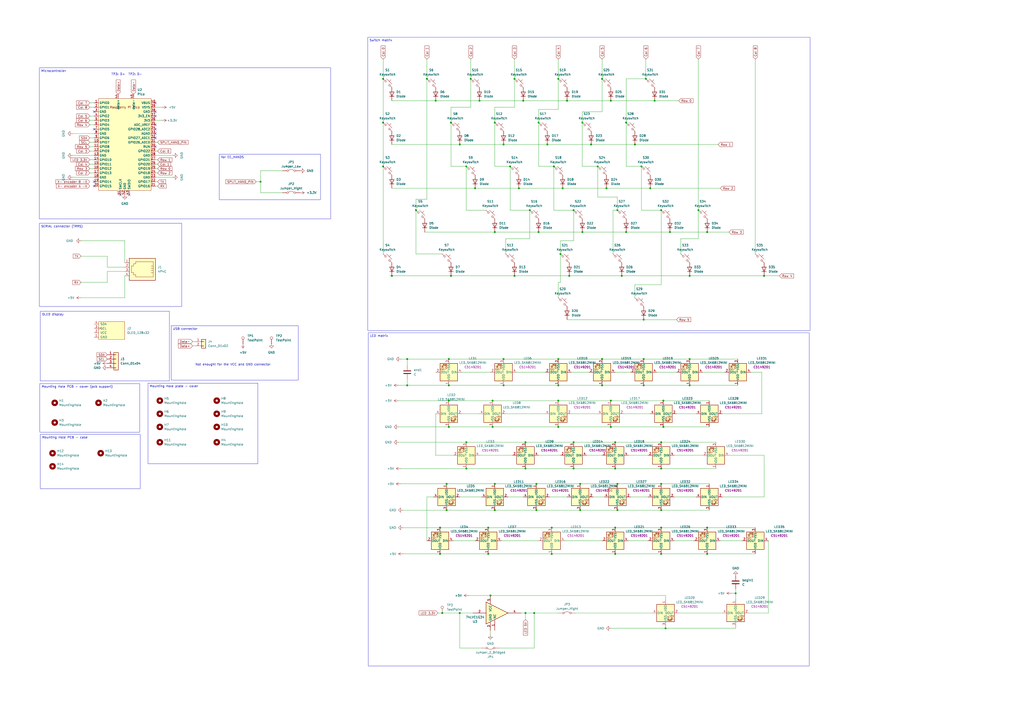
<source format=kicad_sch>
(kicad_sch (version 20231120) (generator "eeschema") (generator_version "8.0")
  (paper "A2")
  (junction (at 273.05 45.72))
  (junction (at 252.73 58.42))
  (junction (at 383.54 306.07))
  (junction (at 323.85 232.41))
  (junction (at 386.08 364.49))
  (junction (at 304.8 355.6))
  (junction (at 358.14 280.67))
  (junction (at 383.54 121.92))
  (junction (at 300.99 109.22))
  (junction (at 400.05 223.52))
  (junction (at 304.8 256.54))
  (junction (at 323.85 223.52))
  (junction (at 311.15 280.67))
  (junction (at 261.62 160.02))
  (junction (at 236.22 223.52))
  (junction (at 259.08 280.67))
  (junction (at 323.85 208.28))
  (junction (at 383.54 321.31))
  (junction (at 283.21 321.31))
  (junction (at 292.1 208.28))
  (junction (at 368.3 83.82))
  (junction (at 151.13 105.41))
  (junction (at 377.19 109.22))
  (junction (at 321.31 96.52))
  (junction (at 360.68 160.02))
  (junction (at 349.25 223.52))
  (junction (at 337.82 71.12))
  (junction (at 292.1 223.52))
  (junction (at 266.7 355.6))
  (junction (at 405.13 121.92))
  (junction (at 307.34 121.92))
  (junction (at 384.81 247.65))
  (junction (at 351.79 109.22))
  (junction (at 309.88 355.6))
  (junction (at 270.51 96.52))
  (junction (at 236.22 208.28))
  (junction (at 247.65 45.72))
  (junction (at 325.12 147.32))
  (junction (at 356.87 256.54))
  (junction (at 443.23 160.02))
  (junction (at 336.55 295.91))
  (junction (at 349.25 208.28))
  (junction (at 287.02 134.62))
  (junction (at 270.51 256.54))
  (junction (at 400.05 208.28))
  (junction (at 410.21 321.31))
  (junction (at 222.25 71.12))
  (junction (at 287.02 280.67))
  (junction (at 330.2 160.02))
  (junction (at 356.87 306.07))
  (junction (at 336.55 280.67))
  (junction (at 346.71 96.52))
  (junction (at 354.33 232.41))
  (junction (at 373.38 223.52))
  (junction (at 285.75 247.65))
  (junction (at 383.54 280.67))
  (junction (at 260.35 247.65))
  (junction (at 373.38 208.28))
  (junction (at 383.54 271.78))
  (junction (at 283.21 306.07))
  (junction (at 266.7 83.82))
  (junction (at 363.22 71.12))
  (junction (at 388.62 134.62))
  (junction (at 358.14 295.91))
  (junction (at 426.72 344.17))
  (junction (at 372.11 96.52))
  (junction (at 270.51 271.78))
  (junction (at 285.75 232.41))
  (junction (at 260.35 232.41))
  (junction (at 354.33 247.65))
  (junction (at 384.81 232.41))
  (junction (at 298.45 45.72))
  (junction (at 260.35 208.28))
  (junction (at 275.59 109.22))
  (junction (at 383.54 295.91))
  (junction (at 337.82 134.62))
  (junction (at 298.45 160.02))
  (junction (at 278.13 58.42))
  (junction (at 332.74 271.78))
  (junction (at 295.91 96.52))
  (junction (at 222.25 96.52))
  (junction (at 328.93 58.42))
  (junction (at 317.5 83.82))
  (junction (at 410.21 306.07))
  (junction (at 354.33 58.42))
  (junction (at 255.27 306.07))
  (junction (at 284.48 345.44))
  (junction (at 332.74 256.54))
  (junction (at 379.73 58.42))
  (junction (at 227.33 160.02))
  (junction (at 356.87 321.31))
  (junction (at 292.1 83.82))
  (junction (at 241.3 121.92))
  (junction (at 358.14 121.92))
  (junction (at 356.87 271.78))
  (junction (at 323.85 247.65))
  (junction (at 320.04 321.31))
  (junction (at 256.54 355.6))
  (junction (at 332.74 121.92))
  (junction (at 383.54 256.54))
  (junction (at 326.39 109.22))
  (junction (at 255.27 321.31))
  (junction (at 259.08 295.91))
  (junction (at 373.38 185.42))
  (junction (at 400.05 160.02))
  (junction (at 342.9 83.82))
  (junction (at 261.62 71.12))
  (junction (at 323.85 45.72))
  (junction (at 260.35 223.52))
  (junction (at 304.8 271.78))
  (junction (at 312.42 134.62))
  (junction (at 312.42 71.12))
  (junction (at 287.02 295.91))
  (junction (at 287.02 71.12))
  (junction (at 311.15 295.91))
  (junction (at 222.25 45.72))
  (junction (at 349.25 45.72))
  (junction (at 410.21 134.62))
  (junction (at 363.22 134.62))
  (junction (at 320.04 306.07))
  (junction (at 374.65 45.72))
  (junction (at 303.53 58.42))
  (no_connect (at 90.17 77.47))
  (no_connect (at 90.17 59.69))
  (no_connect (at 54.61 74.93))
  (no_connect (at 90.17 64.77))
  (no_connect (at 90.17 67.31))
  (no_connect (at 90.17 74.93))
  (no_connect (at 54.61 105.41))
  (no_connect (at 69.85 113.03))
  (no_connect (at 90.17 85.09))
  (no_connect (at 54.61 64.77))
  (no_connect (at 54.61 107.95))
  (no_connect (at 90.17 80.01))
  (no_connect (at 74.93 113.03))
  (no_connect (at 90.17 72.39))
  (wire (pts (xy 100.33 90.17) (xy 90.17 90.17)))
  (wire (pts (xy 393.7 355.6) (xy 419.1 355.6)))
  (wire (pts (xy 386.08 345.44) (xy 386.08 347.98)))
  (wire (pts (xy 227.33 58.42) (xy 252.73 58.42)))
  (wire (pts (xy 91.44 87.63) (xy 90.17 87.63)))
  (wire (pts (xy 270.51 256.54) (xy 304.8 256.54)))
  (wire (pts (xy 241.3 115.57) (xy 241.3 121.92)))
  (wire (pts (xy 342.9 83.82) (xy 368.3 83.82)))
  (wire (pts (xy 247.65 288.29) (xy 251.46 288.29)))
  (wire (pts (xy 375.92 288.29) (xy 365.76 288.29)))
  (wire (pts (xy 298.45 62.23) (xy 287.02 62.23)))
  (wire (pts (xy 311.15 295.91) (xy 336.55 295.91)))
  (wire (pts (xy 151.13 111.76) (xy 163.83 111.76)))
  (wire (pts (xy 323.85 45.72) (xy 323.85 63.5)))
  (wire (pts (xy 419.1 240.03) (xy 441.96 240.03)))
  (wire (pts (xy 91.44 105.41) (xy 90.17 105.41)))
  (wire (pts (xy 54.61 90.17) (xy 41.91 90.17)))
  (wire (pts (xy 91.44 82.55) (xy 90.17 82.55)))
  (wire (pts (xy 295.91 96.52) (xy 295.91 121.92)))
  (wire (pts (xy 278.13 58.42) (xy 303.53 58.42)))
  (wire (pts (xy 297.18 264.16) (xy 278.13 264.16)))
  (wire (pts (xy 332.74 271.78) (xy 356.87 271.78)))
  (wire (pts (xy 330.2 160.02) (xy 360.68 160.02)))
  (wire (pts (xy 222.25 45.72) (xy 222.25 71.12)))
  (wire (pts (xy 441.96 215.9) (xy 435.61 215.9)))
  (wire (pts (xy 304.8 256.54) (xy 332.74 256.54)))
  (wire (pts (xy 273.05 62.23) (xy 261.62 62.23)))
  (wire (pts (xy 62.23 157.48) (xy 72.39 157.48)))
  (wire (pts (xy 443.23 160.02) (xy 400.05 160.02)))
  (wire (pts (xy 320.04 306.07) (xy 356.87 306.07)))
  (wire (pts (xy 232.41 208.28) (xy 236.22 208.28)))
  (wire (pts (xy 363.22 45.72) (xy 374.65 45.72)))
  (wire (pts (xy 287.02 134.62) (xy 312.42 134.62)))
  (wire (pts (xy 62.23 163.83) (xy 62.23 157.48)))
  (wire (pts (xy 403.86 240.03) (xy 392.43 240.03)))
  (wire (pts (xy 151.13 111.76) (xy 151.13 105.41)))
  (wire (pts (xy 410.21 321.31) (xy 438.15 321.31)))
  (wire (pts (xy 284.48 368.3) (xy 284.48 365.76)))
  (wire (pts (xy 241.3 147.32) (xy 256.54 147.32)))
  (wire (pts (xy 255.27 306.07) (xy 283.21 306.07)))
  (wire (pts (xy 298.45 160.02) (xy 330.2 160.02)))
  (wire (pts (xy 255.27 321.31) (xy 283.21 321.31)))
  (wire (pts (xy 260.35 208.28) (xy 292.1 208.28)))
  (wire (pts (xy 403.86 288.29) (xy 391.16 288.29)))
  (wire (pts (xy 372.11 96.52) (xy 363.22 96.52)))
  (wire (pts (xy 292.1 223.52) (xy 323.85 223.52)))
  (wire (pts (xy 266.7 375.92) (xy 266.7 355.6)))
  (wire (pts (xy 252.73 58.42) (xy 278.13 58.42)))
  (wire (pts (xy 400.05 223.52) (xy 427.99 223.52)))
  (wire (pts (xy 236.22 208.28) (xy 260.35 208.28)))
  (wire (pts (xy 426.72 364.49) (xy 426.72 363.22)))
  (wire (pts (xy 231.14 256.54) (xy 270.51 256.54)))
  (wire (pts (xy 287.02 62.23) (xy 287.02 71.12)))
  (wire (pts (xy 261.62 160.02) (xy 298.45 160.02)))
  (wire (pts (xy 336.55 295.91) (xy 358.14 295.91)))
  (wire (pts (xy 256.54 355.6) (xy 266.7 355.6)))
  (wire (pts (xy 300.99 109.22) (xy 326.39 109.22)))
  (wire (pts (xy 407.67 264.16) (xy 391.16 264.16)))
  (wire (pts (xy 383.54 280.67) (xy 411.48 280.67)))
  (wire (pts (xy 358.14 114.3) (xy 346.71 114.3)))
  (wire (pts (xy 148.59 105.41) (xy 151.13 105.41)))
  (wire (pts (xy 373.38 185.42) (xy 392.43 185.42)))
  (wire (pts (xy 54.61 77.47) (xy 41.91 77.47)))
  (wire (pts (xy 349.25 208.28) (xy 373.38 208.28)))
  (wire (pts (xy 262.89 264.16) (xy 252.73 264.16)))
  (wire (pts (xy 304.8 355.6) (xy 302.26 355.6)))
  (wire (pts (xy 373.38 208.28) (xy 400.05 208.28)))
  (wire (pts (xy 394.97 138.43) (xy 405.13 138.43)))
  (wire (pts (xy 407.67 215.9) (xy 420.37 215.9)))
  (wire (pts (xy 52.07 67.31) (xy 54.61 67.31)))
  (wire (pts (xy 46.99 148.59) (xy 62.23 148.59)))
  (wire (pts (xy 316.23 215.9) (xy 299.72 215.9)))
  (wire (pts (xy 383.54 271.78) (xy 356.87 271.78)))
  (wire (pts (xy 360.68 160.02) (xy 400.05 160.02)))
  (wire (pts (xy 254 355.6) (xy 256.54 355.6)))
  (wire (pts (xy 311.15 280.67) (xy 336.55 280.67)))
  (wire (pts (xy 52.07 82.55) (xy 54.61 82.55)))
  (wire (pts (xy 261.62 62.23) (xy 261.62 71.12)))
  (wire (pts (xy 298.45 45.72) (xy 298.45 62.23)))
  (wire (pts (xy 72.39 139.7) (xy 72.39 152.4)))
  (wire (pts (xy 368.3 172.72) (xy 368.3 165.1)))
  (wire (pts (xy 227.33 83.82) (xy 266.7 83.82)))
  (wire (pts (xy 354.33 364.49) (xy 386.08 364.49)))
  (wire (pts (xy 349.25 223.52) (xy 373.38 223.52)))
  (wire (pts (xy 309.88 375.92) (xy 309.88 355.6)))
  (wire (pts (xy 411.48 247.65) (xy 384.81 247.65)))
  (wire (pts (xy 383.54 306.07) (xy 410.21 306.07)))
  (wire (pts (xy 328.93 185.42) (xy 373.38 185.42)))
  (wire (pts (xy 334.01 355.6) (xy 378.46 355.6)))
  (wire (pts (xy 273.05 34.29) (xy 273.05 45.72)))
  (wire (pts (xy 323.85 208.28) (xy 349.25 208.28)))
  (wire (pts (xy 410.21 134.62) (xy 422.91 134.62)))
  (wire (pts (xy 349.25 64.77) (xy 349.25 45.72)))
  (wire (pts (xy 452.12 160.02) (xy 443.23 160.02)))
  (wire (pts (xy 430.53 313.69) (xy 417.83 313.69)))
  (wire (pts (xy 303.53 58.42) (xy 328.93 58.42)))
  (wire (pts (xy 377.19 240.03) (xy 361.95 240.03)))
  (wire (pts (xy 304.8 359.41) (xy 304.8 355.6)))
  (wire (pts (xy 323.85 34.29) (xy 323.85 45.72)))
  (wire (pts (xy 233.68 306.07) (xy 255.27 306.07)))
  (wire (pts (xy 349.25 264.16) (xy 340.36 264.16)))
  (wire (pts (xy 271.78 345.44) (xy 284.48 345.44)))
  (wire (pts (xy 323.85 247.65) (xy 285.75 247.65)))
  (wire (pts (xy 287.02 96.52) (xy 295.91 96.52)))
  (wire (pts (xy 400.05 208.28) (xy 427.99 208.28)))
  (wire (pts (xy 227.33 109.22) (xy 275.59 109.22)))
  (wire (pts (xy 405.13 34.29) (xy 405.13 121.92)))
  (wire (pts (xy 236.22 219.71) (xy 236.22 223.52)))
  (wire (pts (xy 270.51 121.92) (xy 281.94 121.92)))
  (wire (pts (xy 275.59 109.22) (xy 300.99 109.22)))
  (wire (pts (xy 93.98 69.85) (xy 90.17 69.85)))
  (wire (pts (xy 312.42 134.62) (xy 337.82 134.62)))
  (wire (pts (xy 375.92 264.16) (xy 364.49 264.16)))
  (wire (pts (xy 346.71 114.3) (xy 346.71 96.52)))
  (wire (pts (xy 113.03 198.12) (xy 111.76 198.12)))
  (wire (pts (xy 368.3 83.82) (xy 416.56 83.82)))
  (wire (pts (xy 72.39 139.7) (xy 46.99 139.7)))
  (wire (pts (xy 394.97 138.43) (xy 394.97 147.32)))
  (wire (pts (xy 346.71 240.03) (xy 331.47 240.03)))
  (wire (pts (xy 241.3 121.92) (xy 241.3 147.32)))
  (wire (pts (xy 326.39 109.22) (xy 351.79 109.22)))
  (wire (pts (xy 52.07 100.33) (xy 54.61 100.33)))
  (wire (pts (xy 233.68 321.31) (xy 255.27 321.31)))
  (wire (pts (xy 285.75 247.65) (xy 260.35 247.65)))
  (wire (pts (xy 325.12 163.83) (xy 323.85 163.83)))
  (wire (pts (xy 323.85 63.5) (xy 312.42 63.5)))
  (wire (pts (xy 384.81 232.41) (xy 411.48 232.41)))
  (wire (pts (xy 386.08 364.49) (xy 426.72 364.49)))
  (wire (pts (xy 285.75 232.41) (xy 323.85 232.41)))
  (wire (pts (xy 52.07 80.01) (xy 54.61 80.01)))
  (wire (pts (xy 295.91 121.92) (xy 307.34 121.92)))
  (wire (pts (xy 327.66 313.69) (xy 349.25 313.69)))
  (wire (pts (xy 290.83 313.69) (xy 312.42 313.69)))
  (wire (pts (xy 309.88 355.6) (xy 323.85 355.6)))
  (wire (pts (xy 222.25 71.12) (xy 222.25 96.52)))
  (wire (pts (xy 52.07 72.39) (xy 54.61 72.39)))
  (wire (pts (xy 231.14 232.41) (xy 260.35 232.41)))
  (wire (pts (xy 52.07 87.63) (xy 54.61 87.63)))
  (wire (pts (xy 328.93 58.42) (xy 354.33 58.42)))
  (wire (pts (xy 312.42 71.12) (xy 312.42 96.52)))
  (wire (pts (xy 383.54 256.54) (xy 415.29 256.54)))
  (wire (pts (xy 46.99 172.72) (xy 72.39 172.72)))
  (wire (pts (xy 372.11 121.92) (xy 372.11 96.52)))
  (wire (pts (xy 247.65 288.29) (xy 247.65 313.69)))
  (wire (pts (xy 321.31 121.92) (xy 332.74 121.92)))
  (wire (pts (xy 438.15 34.29) (xy 438.15 147.32)))
  (wire (pts (xy 270.51 271.78) (xy 304.8 271.78)))
  (wire (pts (xy 259.08 280.67) (xy 287.02 280.67)))
  (wire (pts (xy 323.85 163.83) (xy 323.85 172.72)))
  (wire (pts (xy 307.34 138.43) (xy 293.37 138.43)))
  (wire (pts (xy 363.22 71.12) (xy 363.22 45.72)))
  (wire (pts (xy 419.1 288.29) (xy 443.23 288.29)))
  (wire (pts (xy 287.02 280.67) (xy 311.15 280.67)))
  (wire (pts (xy 227.33 160.02) (xy 261.62 160.02)))
  (wire (pts (xy 270.51 96.52) (xy 270.51 121.92)))
  (wire (pts (xy 261.62 96.52) (xy 270.51 96.52)))
  (wire (pts (xy 337.82 71.12) (xy 337.82 64.77)))
  (wire (pts (xy 379.73 58.42) (xy 393.7 58.42)))
  (wire (pts (xy 52.07 69.85) (xy 54.61 69.85)))
  (wire (pts (xy 72.39 172.72) (xy 72.39 160.02)))
  (wire (pts (xy 374.65 34.29) (xy 374.65 45.72)))
  (wire (pts (xy 287.02 71.12) (xy 287.02 96.52)))
  (wire (pts (xy 52.07 97.79) (xy 54.61 97.79)))
  (wire (pts (xy 392.43 215.9) (xy 381 215.9)))
  (wire (pts (xy 383.54 271.78) (xy 415.29 271.78)))
  (wire (pts (xy 46.99 163.83) (xy 62.23 163.83)))
  (wire (pts (xy 365.76 215.9) (xy 356.87 215.9)))
  (wire (pts (xy 336.55 280.67) (xy 358.14 280.67)))
  (wire (pts (xy 323.85 223.52) (xy 349.25 223.52)))
  (wire (pts (xy 375.92 313.69) (xy 364.49 313.69)))
  (wire (pts (xy 307.34 121.92) (xy 307.34 138.43)))
  (wire (pts (xy 113.03 200.66) (xy 111.76 200.66)))
  (wire (pts (xy 287.02 295.91) (xy 311.15 295.91)))
  (wire (pts (xy 356.87 306.07) (xy 383.54 306.07)))
  (wire (pts (xy 262.89 313.69) (xy 275.59 313.69)))
  (wire (pts (xy 325.12 147.32) (xy 325.12 163.83)))
  (wire (pts (xy 267.97 215.9) (xy 284.48 215.9)))
  (wire (pts (xy 273.05 45.72) (xy 273.05 62.23)))
  (wire (pts (xy 350.52 288.29) (xy 344.17 288.29)))
  (wire (pts (xy 247.65 34.29) (xy 247.65 45.72)))
  (wire (pts (xy 260.35 247.65) (xy 231.14 247.65)))
  (wire (pts (xy 151.13 99.06) (xy 151.13 105.41)))
  (wire (pts (xy 233.68 295.91) (xy 259.08 295.91)))
  (wire (pts (xy 292.1 208.28) (xy 323.85 208.28)))
  (wire (pts (xy 62.23 154.94) (xy 72.39 154.94)))
  (wire (pts (xy 293.37 138.43) (xy 293.37 147.32)))
  (wire (pts (xy 323.85 232.41) (xy 354.33 232.41)))
  (wire (pts (xy 356.87 256.54) (xy 383.54 256.54)))
  (wire (pts (xy 332.74 139.7) (xy 325.12 139.7)))
  (wire (pts (xy 445.77 355.6) (xy 434.34 355.6)))
  (wire (pts (xy 222.25 96.52) (xy 222.25 147.32)))
  (wire (pts (xy 443.23 288.29) (xy 443.23 264.16)))
  (wire (pts (xy 337.82 134.62) (xy 363.22 134.62)))
  (wire (pts (xy 236.22 223.52) (xy 260.35 223.52)))
  (wire (pts (xy 363.22 96.52) (xy 363.22 71.12)))
  (wire (pts (xy 91.44 97.79) (xy 90.17 97.79)))
  (wire (pts (xy 292.1 83.82) (xy 317.5 83.82)))
  (wire (pts (xy 325.12 139.7) (xy 325.12 147.32)))
  (wire (pts (xy 91.44 100.33) (xy 90.17 100.33)))
  (wire (pts (xy 441.96 240.03) (xy 441.96 215.9)))
  (wire (pts (xy 236.22 208.28) (xy 236.22 212.09)))
  (wire (pts (xy 260.35 223.52) (xy 292.1 223.52)))
  (wire (pts (xy 410.21 306.07) (xy 438.15 306.07)))
  (wire (pts (xy 284.48 345.44) (xy 386.08 345.44)))
  (wire (pts (xy 317.5 83.82) (xy 342.9 83.82)))
  (wire (pts (xy 356.87 321.31) (xy 383.54 321.31)))
  (wire (pts (xy 260.35 232.41) (xy 285.75 232.41)))
  (wire (pts (xy 384.81 247.65) (xy 354.33 247.65)))
  (wire (pts (xy 320.04 321.31) (xy 356.87 321.31)))
  (wire (pts (xy 246.38 134.62) (xy 287.02 134.62)))
  (wire (pts (xy 341.63 215.9) (xy 331.47 215.9)))
  (wire (pts (xy 426.72 344.17) (xy 426.72 347.98)))
  (wire (pts (xy 52.07 92.71) (xy 54.61 92.71)))
  (wire (pts (xy 405.13 138.43) (xy 405.13 121.92)))
  (wire (pts (xy 100.33 102.87) (xy 90.17 102.87)))
  (wire (pts (xy 383.54 165.1) (xy 383.54 121.92)))
  (wire (pts (xy 283.21 321.31) (xy 320.04 321.31)))
  (wire (pts (xy 261.62 71.12) (xy 261.62 96.52)))
  (wire (pts (xy 90.17 62.23) (xy 93.98 62.23)))
  (wire (pts (xy 226.06 160.02) (xy 227.33 160.02)))
  (wire (pts (xy 309.88 355.6) (xy 304.8 355.6)))
  (wire (pts (xy 358.14 280.67) (xy 383.54 280.67)))
  (wire (pts (xy 222.25 34.29) (xy 222.25 45.72)))
  (wire (pts (xy 312.42 96.52) (xy 321.31 96.52)))
  (wire (pts (xy 266.7 83.82) (xy 292.1 83.82)))
  (wire (pts (xy 373.38 223.52) (xy 400.05 223.52)))
  (wire (pts (xy 231.14 223.52) (xy 236.22 223.52)))
  (wire (pts (xy 54.61 102.87) (xy 41.91 102.87)))
  (wire (pts (xy 62.23 148.59) (xy 62.23 154.94)))
  (wire (pts (xy 402.59 313.69) (xy 391.16 313.69)))
  (wire (pts (xy 151.13 99.06) (xy 163.83 99.06)))
  (wire (pts (xy 52.07 59.69) (xy 54.61 59.69)))
  (wire (pts (xy 337.82 64.77) (xy 349.25 64.77)))
  (wire (pts (xy 424.18 344.17) (xy 426.72 344.17)))
  (wire (pts (xy 298.45 34.29) (xy 298.45 45.72)))
  (wire (pts (xy 332.74 121.92) (xy 332.74 139.7)))
  (wire (pts (xy 358.14 121.92) (xy 358.14 114.3)))
  (wire (pts (xy 259.08 280.67) (xy 232.41 280.67)))
  (wire (pts (xy 279.4 375.92) (xy 266.7 375.92)))
  (wire (pts (xy 351.79 109.22) (xy 377.19 109.22)))
  (wire (pts (xy 388.62 134.62) (xy 410.21 134.62)))
  (wire (pts (xy 383.54 295.91) (xy 411.48 295.91)))
  (wire (pts (xy 426.72 344.17) (xy 426.72 341.63)))
  (wire (pts (xy 91.44 92.71) (xy 90.17 92.71)))
  (wire (pts (xy 52.07 95.25) (xy 54.61 95.25)))
  (wire (pts (xy 386.08 364.49) (xy 386.08 363.22)))
  (wire (pts (xy 267.97 240.03) (xy 278.13 240.03)))
  (wire (pts (xy 289.56 375.92) (xy 309.88 375.92)))
  (wire (pts (xy 349.25 34.29) (xy 349.25 45.72)))
  (wire (pts (xy 259.08 295.91) (xy 287.02 295.91)))
  (wire (pts (xy 354.33 58.42) (xy 379.73 58.42)))
  (wire (pts (xy 328.93 288.29) (xy 318.77 288.29)))
  (wire (pts (xy 443.23 264.16) (xy 422.91 264.16)))
  (wire (pts (xy 91.44 107.95) (xy 90.17 107.95)))
  (wire (pts (xy 283.21 306.07) (xy 320.04 306.07)))
  (wire (pts (xy 232.41 271.78) (xy 270.51 271.78)))
  (wire (pts (xy 252.73 240.03) (xy 252.73 264.16)))
  (wire (pts (xy 91.44 95.25) (xy 90.17 95.25)))
  (wire (pts (xy 325.12 264.16) (xy 312.42 264.16)))
  (wire (pts (xy 312.42 63.5) (xy 312.42 71.12)))
  (wire (pts (xy 355.6 147.32) (xy 355.6 121.92)))
  (wire (pts (xy 52.07 62.23) (xy 54.61 62.23)))
  (wire (pts (xy 247.65 115.57) (xy 247.65 45.72)))
  (wire (pts (xy 346.71 96.52) (xy 337.82 96.52)))
  (wire (pts (xy 332.74 256.54) (xy 356.87 256.54)))
  (wire (pts (xy 358.14 295.91) (xy 383.54 295.91)))
  (wire (pts (xy 383.54 121.92) (xy 372.11 121.92)))
  (wire (pts (xy 354.33 247.65) (xy 323.85 247.65)))
  (wire (pts (xy 354.33 232.41) (xy 384.81 232.41)))
  (wire (pts (xy 368.3 165.1) (xy 383.54 165.1)))
  (wire (pts (xy 337.82 96.52) (xy 337.82 71.12)))
  (wire (pts (xy 355.6 121.92) (xy 358.14 121.92)))
  (wire (pts (xy 293.37 240.03) (xy 316.23 240.03)))
  (wire (pts (xy 294.64 288.29) (xy 303.53 288.29)))
  (wire (pts (xy 321.31 96.52) (xy 321.31 121.92)))
  (wire (pts (xy 445.77 355.6) (xy 445.77 313.69)))
  (wire (pts (xy 383.54 321.31) (xy 410.21 321.31)))
  (wire (pts (xy 52.07 85.09) (xy 54.61 85.09)))
  (wire (pts (xy 241.3 115.57) (xy 247.65 115.57)))
  (wire (pts (xy 266.7 288.29) (xy 279.4 288.29)))
  (wire (pts (xy 417.83 109.22) (xy 377.19 109.22)))
  (wire (pts (xy 266.7 355.6) (xy 274.32 355.6)))
  (wire (pts (xy 363.22 134.62) (xy 388.62 134.62)))
  (wire (pts (xy 304.8 271.78) (xy 332.74 271.78)))
  (text_box "Switch matrix" (at 213.36 21.59 0) (size 256.54 170.18) (effects (font (size 1.27 1.27)) (justify left top)))
  (text_box "USB connector" (at 99.314 188.976 0) (size 73.66 31.496) (effects (font (size 1.27 1.27)) (justify left top)))
  (text_box "for EE_HANDS" (at 127.254 89.408 0) (size 58.674 26.416) (effects (font (size 1.27 1.27)) (justify left top)))
  (text_box "SERIAL connector (TRRS)" (at 22.86 129.54 0) (size 82.55 48.26) (effects (font (size 1.27 1.27)) (justify left top)))
  (text_box "Mounting Hole PCB - case " (at 23.368 251.968 0) (size 57.912 31.496) (effects (font (size 1.27 1.27)) (justify left top)))
  (text_box "LED matrix" (at 213.614 193.04 0) (size 255.778 193.294) (effects (font (size 1.27 1.27)) (justify left top)))
  (text_box "Mounting Hole plate - cover" (at 85.852 222.25 0) (size 63.754 46.736) (effects (font (size 1.27 1.27)) (justify left top)))
  (text_box "Mounting Hole PCB - cover (pcb support)" (at 23.114 222.504 0) (size 57.912 28.194) (effects (font (size 1.27 1.27)) (justify left top)))
  (text_box "Microcontroller" (at 22.86 39.37 0) (size 168.91 87.63) (effects (font (size 1.27 1.27)) (justify left top)))
  (text_box "OLED display" (at 23.368 180.594 0) (size 74.93 40.386) (effects (font (size 1.27 1.27)) (justify left top)))
  (text "TP3: D+" (at 68.58 43.18 0) (effects (font (size 1.27 1.27))))
  (text "Not enought for the VCC and GND connector" (at 135.128 211.582 0) (effects (font (size 1.27 1.27))))
  (text "TP2: D-" (at 78.486 43.18 0) (effects (font (size 1.27 1.27))))
  (global_label "Col 7" (shape input) (at 405.13 34.29 90) (property "Intersheetrefs" "${INTERSHEET_REFS}" (effects (hide yes))))
  (global_label "Data+" (shape input) (at 111.76 200.66 180) (property "Intersheetrefs" "${INTERSHEET_REFS}" (effects (hide yes))))
  (global_label "Row 1" (shape input) (at 91.44 92.71 0) (property "Intersheetrefs" "${INTERSHEET_REFS}" (effects (hide yes))))
  (global_label "Row 2" (shape input) (at 91.44 100.33 0) (property "Intersheetrefs" "${INTERSHEET_REFS}" (effects (hide yes))))
  (global_label "Row 0" (shape input) (at 393.7 58.42 0) (property "Intersheetrefs" "${INTERSHEET_REFS}" (effects (hide yes))))
  (global_label "SDA" (shape input) (at 62.23 205.74 180) (property "Intersheetrefs" "${INTERSHEET_REFS}" (effects (hide yes))))
  (global_label "Row 1" (shape input) (at 416.56 83.82 0) (property "Intersheetrefs" "${INTERSHEET_REFS}" (effects (hide yes))))
  (global_label "Row 5" (shape input) (at 392.43 185.42 0) (property "Intersheetrefs" "${INTERSHEET_REFS}" (effects (hide yes))))
  (global_label "Data-" (shape input) (at 77.47 54.61 90) (property "Intersheetrefs" "${INTERSHEET_REFS}" (effects (hide yes))))
  (global_label "Col 4" (shape input) (at 323.85 34.29 90) (property "Intersheetrefs" "${INTERSHEET_REFS}" (effects (hide yes))))
  (global_label "Col 3" (shape input) (at 298.45 34.29 90) (property "Intersheetrefs" "${INTERSHEET_REFS}" (effects (hide yes))))
  (global_label "Row 4" (shape input) (at 52.07 72.39 180) (property "Intersheetrefs" "${INTERSHEET_REFS}" (effects (hide yes))))
  (global_label "LED 5V" (shape input) (at 304.8 359.41 270) (property "Intersheetrefs" "${INTERSHEET_REFS}" (effects (hide yes))))
  (global_label "SCL" (shape input) (at 52.07 82.55 180) (property "Intersheetrefs" "${INTERSHEET_REFS}" (effects (hide yes))))
  (global_label "TX" (shape input) (at 46.99 148.59 180) (property "Intersheetrefs" "${INTERSHEET_REFS}" (effects (hide yes))))
  (global_label "SCL" (shape input) (at 62.23 208.28 180) (property "Intersheetrefs" "${INTERSHEET_REFS}" (effects (hide yes))))
  (global_label "Col 0" (shape input) (at 91.44 87.63 0) (property "Intersheetrefs" "${INTERSHEET_REFS}" (effects (hide yes))))
  (global_label "Col 8" (shape input) (at 52.07 62.23 180) (property "Intersheetrefs" "${INTERSHEET_REFS}" (effects (hide yes))))
  (global_label "SPLIT_HAND_PIN" (shape input) (at 148.59 105.41 180) (property "Intersheetrefs" "${INTERSHEET_REFS}" (effects (hide yes))))
  (global_label "Row 0" (shape input) (at 91.44 97.79 0) (property "Intersheetrefs" "${INTERSHEET_REFS}" (effects (hide yes))))
  (global_label "Row 2" (shape input) (at 417.83 109.22 0) (property "Intersheetrefs" "${INTERSHEET_REFS}" (effects (hide yes))))
  (global_label "Data-" (shape input) (at 111.76 198.12 180) (property "Intersheetrefs" "${INTERSHEET_REFS}" (effects (hide yes))))
  (global_label "LED 3.3V" (shape input) (at 52.07 92.71 180) (property "Intersheetrefs" "${INTERSHEET_REFS}" (effects (hide yes))))
  (global_label "RX" (shape input) (at 91.44 107.95 0) (property "Intersheetrefs" "${INTERSHEET_REFS}" (effects (hide yes))))
  (global_label "Col 4" (shape input) (at 52.07 95.25 180) (property "Intersheetrefs" "${INTERSHEET_REFS}" (effects (hide yes))))
  (global_label "Col 2" (shape input) (at 273.05 34.29 90) (property "Intersheetrefs" "${INTERSHEET_REFS}" (effects (hide yes))))
  (global_label "SDA" (shape input) (at 52.07 80.01 180) (property "Intersheetrefs" "${INTERSHEET_REFS}" (effects (hide yes))))
  (global_label "Col 6" (shape input) (at 374.65 34.29 90) (property "Intersheetrefs" "${INTERSHEET_REFS}" (effects (hide yes))))
  (global_label "X- encoder A -X" (shape input) (at 52.07 107.95 180) (property "Intersheetrefs" "${INTERSHEET_REFS}" (effects (hide yes))))
  (global_label "LED 3.3V" (shape input) (at 254 355.6 180) (property "Intersheetrefs" "${INTERSHEET_REFS}" (effects (hide yes))))
  (global_label "Row 3" (shape input) (at 422.91 134.62 0) (property "Intersheetrefs" "${INTERSHEET_REFS}" (effects (hide yes))))
  (global_label "Col 1" (shape input) (at 247.65 34.29 90) (property "Intersheetrefs" "${INTERSHEET_REFS}" (effects (hide yes))))
  (global_label "Row 5" (shape input) (at 52.07 85.09 180) (property "Intersheetrefs" "${INTERSHEET_REFS}" (effects (hide yes))))
  (global_label "Col 1" (shape input) (at 91.44 95.25 0) (property "Intersheetrefs" "${INTERSHEET_REFS}" (effects (hide yes))))
  (global_label "RX" (shape input) (at 46.99 163.83 180) (property "Intersheetrefs" "${INTERSHEET_REFS}" (effects (hide yes))))
  (global_label "Col 3" (shape input) (at 52.07 87.63 180) (property "Intersheetrefs" "${INTERSHEET_REFS}" (effects (hide yes))))
  (global_label "Col 2" (shape input) (at 52.07 100.33 180) (property "Intersheetrefs" "${INTERSHEET_REFS}" (effects (hide yes))))
  (global_label "Row 3" (shape input) (at 52.07 97.79 180) (property "Intersheetrefs" "${INTERSHEET_REFS}" (effects (hide yes))))
  (global_label "Row 4" (shape input) (at 452.12 160.02 0) (property "Intersheetrefs" "${INTERSHEET_REFS}" (effects (hide yes))))
  (global_label "Data+" (shape input) (at 68.58 54.61 90) (property "Intersheetrefs" "${INTERSHEET_REFS}" (effects (hide yes))))
  (global_label "SPLIT_HAND_PIN" (shape input) (at 91.44 82.55 0) (property "Intersheetrefs" "${INTERSHEET_REFS}" (effects (hide yes))))
  (global_label "Col 7" (shape input) (at 52.07 59.69 180) (property "Intersheetrefs" "${INTERSHEET_REFS}" (effects (hide yes))))
  (global_label "X- encoder B -X" (shape input) (at 52.07 105.41 180) (property "Intersheetrefs" "${INTERSHEET_REFS}" (effects (hide yes))))
  (global_label "Col 5" (shape input) (at 349.25 34.29 90) (property "Intersheetrefs" "${INTERSHEET_REFS}" (effects (hide yes))))
  (global_label "Col 0" (shape input) (at 222.25 34.29 90) (property "Intersheetrefs" "${INTERSHEET_REFS}" (effects (hide yes))))
  (global_label "TX" (shape input) (at 91.44 105.41 0) (property "Intersheetrefs" "${INTERSHEET_REFS}" (effects (hide yes))))
  (global_label "Col 6" (shape input) (at 52.07 69.85 180) (property "Intersheetrefs" "${INTERSHEET_REFS}" (effects (hide yes))))
  (global_label "Col 8" (shape input) (at 438.15 34.29 90) (property "Intersheetrefs" "${INTERSHEET_REFS}" (effects (hide yes))))
  (global_label "Col 5" (shape input) (at 52.07 67.31 180) (property "Intersheetrefs" "${INTERSHEET_REFS}" (effects (hide yes))))
  (symbol (lib_id "Mechanical:MountingHole") (at 57.15 233.68 0) (unit 1) (exclude_from_sim yes) (in_bom no)
    (property "Reference" "H2" (at 59.69 232.4099 0) (effects (justify left)))
    (property "Value" "MountingHole" (at 59.69 234.9499 0) (effects (justify left)))
    (property "Footprint" "personal:PCB_support_2.2mm_M2" (effects (hide yes)))
    (property "Description" "Mounting Hole without connection" (effects (hide yes)))
  )
  (symbol (lib_id "Mechanical:MountingHole") (at 92.71 256.54 0) (unit 1) (exclude_from_sim yes) (in_bom no)
    (property "Reference" "H11" (at 95.25 255.2699 0) (effects (justify left)))
    (property "Value" "MountingHole" (at 95.25 257.8099 0) (effects (justify left)))
    (property "Footprint" "personal:MountingHole_3.2mm_M3" (effects (hide yes)))
    (property "Description" "Mounting Hole without connection" (effects (hide yes)))
  )
  (symbol (lib_id "ScottoKeebs:LED_SK6812MINI") (at 260.35 215.9 180) (unit 1)
    (property "Reference" "LED1" (at 274.32 207.8638 0))
    (property "Value" "LED_SK6812MINI" (at 274.32 210.4038 0))
    (property "Footprint" "ScottoKeebs_Components:LED_SK6812MINI" (effects (hide yes)))
    (property "Datasheet" "https://cdn-shop.adafruit.com/product-files/2686/SK6812MINI_REV.01-1-2.pdf" (effects (hide yes)))
    (property "Description" "RGB LED with integrated controller" (effects (hide yes)))
    (property "LCSC" "C5149201" (at 274.32 212.9438 0))
  )
  (symbol (lib_id "ScottoKeebs:LED_SK6812MINI") (at 336.55 288.29 0) (unit 1)
    (property "Reference" "LED22" (at 350.52 279.4314 0))
    (property "Value" "LED_SK6812MINI" (at 350.52 281.9714 0))
    (property "Footprint" "ScottoKeebs_Components:LED_SK6812MINI" (effects (hide yes)))
    (property "Datasheet" "https://cdn-shop.adafruit.com/product-files/2686/SK6812MINI_REV.01-1-2.pdf" (effects (hide yes)))
    (property "Description" "RGB LED with integrated controller" (effects (hide yes)))
    (property "LCSC" "C5149201" (at 350.52 284.5114 0))
  )
  (symbol (lib_id "ScottoKeebs:Placeholder_Diode") (at 303.53 54.61 90) (unit 1)
    (property "Reference" "D15" (at 306.07 53.3399 90) (effects (justify right)))
    (property "Value" "Diode" (at 306.07 55.8799 90) (effects (justify right)))
    (property "Footprint" "ScottoKeebs_Components:D_SOD-123_DO-35_Hybrid_DoubleSided_V2" (effects (hide yes)))
    (property "Description" "1N4148 (DO-35) or 1N4148W (SOD-123)" (effects (hide yes)))
    (property "Sim.Device" "D" (effects (hide yes)))
    (property "Sim.Pins" "1=K 2=A" (effects (hide yes)))
  )
  (symbol (lib_id "Mechanical:MountingHole") (at 125.73 247.65 0) (unit 1) (exclude_from_sim yes) (in_bom no)
    (property "Reference" "H10" (at 128.27 246.3799 0) (effects (justify left)))
    (property "Value" "MountingHole" (at 128.27 248.9199 0) (effects (justify left)))
    (property "Footprint" "personal:MountingHole_3.2mm_M3" (effects (hide yes)))
    (property "Description" "Mounting Hole without connection" (effects (hide yes)))
  )
  (symbol (lib_id "ScottoKeebs:LED_SK6812MINI") (at 304.8 264.16 180) (unit 1)
    (property "Reference" "LED9" (at 318.77 256.1238 0))
    (property "Value" "LED_SK6812MINI" (at 318.77 258.6638 0))
    (property "Footprint" "ScottoKeebs_Components:LED_SK6812MINI" (effects (hide yes)))
    (property "Datasheet" "https://cdn-shop.adafruit.com/product-files/2686/SK6812MINI_REV.01-1-2.pdf" (effects (hide yes)))
    (property "Description" "RGB LED with integrated controller" (effects (hide yes)))
    (property "LCSC" "C5149201" (at 318.77 261.2038 0))
  )
  (symbol (lib_id "Mechanical:MountingHole") (at 58.42 262.89 0) (unit 1) (exclude_from_sim yes) (in_bom no)
    (property "Reference" "H13" (at 60.96 261.6199 0) (effects (justify left)))
    (property "Value" "MountingHole" (at 60.96 264.1599 0) (effects (justify left)))
    (property "Footprint" "personal:MountingPCB_2.2mm_M2" (effects (hide yes)))
    (property "Description" "Mounting Hole without connection" (effects (hide yes)))
  )
  (symbol (lib_id "ScottoKeebs:LED_SK6812MINI") (at 287.02 288.29 0) (unit 1)
    (property "Reference" "LED11" (at 300.99 279.4314 0))
    (property "Value" "LED_SK6812MINI" (at 300.99 281.9714 0))
    (property "Footprint" "ScottoKeebs_Components:LED_SK6812MINI" (effects (hide yes)))
    (property "Datasheet" "https://cdn-shop.adafruit.com/product-files/2686/SK6812MINI_REV.01-1-2.pdf" (effects (hide yes)))
    (property "Description" "RGB LED with integrated controller" (effects (hide yes)))
    (property "LCSC" "C5149201" (at 300.99 284.5114 0))
  )
  (symbol (lib_id "Device:C") (at 236.22 215.9 180) (unit 1)
    (property "Reference" "end1" (at 240.03 214.6299 0) (effects (justify right)))
    (property "Value" "C" (at 240.03 217.1699 0) (effects (justify right)))
    (property "Footprint" "Capacitor_SMD:C_1812_4532Metric_Pad1.57x3.40mm_HandSolder" (effects (hide yes)))
    (property "Description" "Unpolarized capacitor" (effects (hide yes)))
  )
  (symbol (lib_id "ScottoKeebs:LED_SK6812MINI") (at 383.54 264.16 180) (unit 1)
    (property "Reference" "LED24" (at 397.51 256.1238 0))
    (property "Value" "LED_SK6812MINI" (at 397.51 258.6638 0))
    (property "Footprint" "ScottoKeebs_Components:LED_SK6812MINI" (effects (hide yes)))
    (property "Datasheet" "https://cdn-shop.adafruit.com/product-files/2686/SK6812MINI_REV.01-1-2.pdf" (effects (hide yes)))
    (property "Description" "RGB LED with integrated controller" (effects (hide yes)))
    (property "LCSC" "C5149201" (at 397.51 261.2038 0))
  )
  (symbol (lib_id "ScottoKeebs:Placeholder_Diode") (at 328.93 181.61 90) (unit 1)
    (property "Reference" "D20" (at 331.47 180.3399 90) (effects (justify right)))
    (property "Value" "Diode" (at 331.47 182.8799 90) (effects (justify right)))
    (property "Footprint" "ScottoKeebs_Components:D_SOD-123_DO-35_Hybrid_DoubleSided_V2" (effects (hide yes)))
    (property "Description" "1N4148 (DO-35) or 1N4148W (SOD-123)" (effects (hide yes)))
    (property "Sim.Device" "D" (effects (hide yes)))
    (property "Sim.Pins" "1=K 2=A" (effects (hide yes)))
  )
  (symbol (lib_id "ScottoKeebs:Placeholder_Diode") (at 337.82 130.81 90) (unit 1)
    (property "Reference" "D22" (at 340.36 129.5399 90) (effects (justify right)))
    (property "Value" "Diode" (at 340.36 132.0799 90) (effects (justify right)))
    (property "Footprint" "ScottoKeebs_Components:D_SOD-123_DO-35_Hybrid_DoubleSided_V2" (effects (hide yes)))
    (property "Description" "1N4148 (DO-35) or 1N4148W (SOD-123)" (effects (hide yes)))
    (property "Sim.Device" "D" (effects (hide yes)))
    (property "Sim.Pins" "1=K 2=A" (effects (hide yes)))
  )
  (symbol (lib_id "ScottoKeebs:Placeholder_Keyswitch") (at 351.79 48.26 0) (unit 1)
    (property "Reference" "S25" (at 351.79 40.64 0))
    (property "Value" "Keyswitch" (at 351.79 43.18 0))
    (property "Footprint" "ScottoKeebs_Hotswap:Hotswap_MX_1.00u" (effects (hide yes)))
    (property "Description" "Push button switch, normally open, two pins, 45° tilted" (effects (hide yes)))
  )
  (symbol (lib_id "ScottoKeebs:Placeholder_Diode") (at 261.62 156.21 90) (unit 1)
    (property "Reference" "D7" (at 264.16 154.9399 90) (effects (justify right)))
    (property "Value" "Diode" (at 264.16 157.4799 90) (effects (justify right)))
    (property "Footprint" "ScottoKeebs_Components:D_SOD-123_DO-35_Hybrid_DoubleSided_V2" (effects (hide yes)))
    (property "Description" "1N4148 (DO-35) or 1N4148W (SOD-123)" (effects (hide yes)))
    (property "Sim.Device" "D" (effects (hide yes)))
    (property "Sim.Pins" "1=K 2=A" (effects (hide yes)))
  )
  (symbol (lib_id "ScottoKeebs:Placeholder_Diode") (at 373.38 181.61 90) (unit 1)
    (property "Reference" "D29" (at 375.92 180.3399 90) (effects (justify right)))
    (property "Value" "Diode" (at 375.92 182.8799 90) (effects (justify right)))
    (property "Footprint" "ScottoKeebs_Components:D_SOD-123_DO-35_Hybrid_DoubleSided_V2" (effects (hide yes)))
    (property "Description" "1N4148 (DO-35) or 1N4148W (SOD-123)" (effects (hide yes)))
    (property "Sim.Device" "D" (effects (hide yes)))
    (property "Sim.Pins" "1=K 2=A" (effects (hide yes)))
  )
  (symbol (lib_id "ScottoKeebs:LED_SK6812MINI") (at 427.99 215.9 180) (unit 1)
    (property "Reference" "LED31" (at 441.96 207.8638 0))
    (property "Value" "LED_SK6812MINI" (at 441.96 210.4038 0))
    (property "Footprint" "ScottoKeebs_Components:LED_SK6812MINI" (effects (hide yes)))
    (property "Datasheet" "https://cdn-shop.adafruit.com/product-files/2686/SK6812MINI_REV.01-1-2.pdf" (effects (hide yes)))
    (property "Description" "RGB LED with integrated controller" (effects (hide yes)))
    (property "LCSC" "C5149201" (at 441.96 212.9438 0))
  )
  (symbol (lib_name "Pico_1") (lib_id "MCU_RaspberryPi_and_Boards:Pico") (at 72.39 83.82 0) (unit 1)
    (property "Reference" "U2" (at 79.6641 52.07 0) (effects (justify left)))
    (property "Value" "Pico" (at 79.6641 54.61 0) (effects (justify left)))
    (property "Footprint" "personal:Raspberry_Pi_Pico_with_usb_rings" (effects (hide yes)))
  )
  (symbol (lib_id "Mechanical:MountingHole") (at 92.71 247.65 0) (unit 1) (exclude_from_sim yes) (in_bom no)
    (property "Reference" "H7" (at 95.25 246.3799 0) (effects (justify left)))
    (property "Value" "MountingHole" (at 95.25 248.9199 0) (effects (justify left)))
    (property "Footprint" "personal:MountingHole_3.2mm_M3" (effects (hide yes)))
    (property "Description" "Mounting Hole without connection" (effects (hide yes)))
  )
  (symbol (lib_id "ScottoKeebs:LED_SK6812MINI") (at 400.05 215.9 180) (unit 1)
    (property "Reference" "LED25" (at 414.02 207.8638 0))
    (property "Value" "LED_SK6812MINI" (at 414.02 210.4038 0))
    (property "Footprint" "ScottoKeebs_Components:LED_SK6812MINI" (effects (hide yes)))
    (property "Datasheet" "https://cdn-shop.adafruit.com/product-files/2686/SK6812MINI_REV.01-1-2.pdf" (effects (hide yes)))
    (property "Description" "RGB LED with integrated controller" (effects (hide yes)))
    (property "LCSC" "C5149201" (at 414.02 212.9438 0))
  )
  (symbol (lib_id "Connector:TestPoint") (at 157.48 199.39 0) (unit 1)
    (property "Reference" "TP2" (at 160.02 194.8179 0) (effects (justify left)))
    (property "Value" "TestPoint" (at 160.02 197.3579 0) (effects (justify left)))
    (property "Footprint" "Connector_PinHeader_2.54mm:PinHeader_1x01_P2.54mm_Vertical" (effects (hide yes)))
    (property "Description" "test point" (effects (hide yes)))
  )
  (symbol (lib_id "ScottoKeebs:Placeholder_Diode") (at 368.3 80.01 90) (unit 1)
    (property "Reference" "D28" (at 370.84 78.7399 90) (effects (justify right)))
    (property "Value" "Diode" (at 370.84 81.2799 90) (effects (justify right)))
    (property "Footprint" "ScottoKeebs_Components:D_SOD-123_DO-35_Hybrid_DoubleSided_V2" (effects (hide yes)))
    (property "Description" "1N4148 (DO-35) or 1N4148W (SOD-123)" (effects (hide yes)))
    (property "Sim.Device" "D" (effects (hide yes)))
    (property "Sim.Pins" "1=K 2=A" (effects (hide yes)))
  )
  (symbol (lib_id "ScottoKeebs:Placeholder_Keyswitch") (at 440.69 149.86 0) (unit 1)
    (property "Reference" "S35" (at 440.69 142.24 0))
    (property "Value" "Keyswitch" (at 440.69 144.78 0))
    (property "Footprint" "ScottoKeebs_Hotswap:Hotswap_MX_1.00u" (effects (hide yes)))
    (property "Description" "Push button switch, normally open, two pins, 45° tilted" (effects (hide yes)))
  )
  (symbol (lib_id "ScottoKeebs:LED_SK6812MINI") (at 415.29 264.16 180) (unit 1)
    (property "Reference" "LED30" (at 429.26 256.1238 0))
    (property "Value" "LED_SK6812MINI" (at 429.26 258.6638 0))
    (property "Footprint" "ScottoKeebs_Components:LED_SK6812MINI" (effects (hide yes)))
    (property "Datasheet" "https://cdn-shop.adafruit.com/product-files/2686/SK6812MINI_REV.01-1-2.pdf" (effects (hide yes)))
    (property "Description" "RGB LED with integrated controller" (effects (hide yes)))
    (property "LCSC" "C5149201" (at 429.26 261.2038 0))
  )
  (symbol (lib_id "ScottoKeebs:Placeholder_Diode") (at 266.7 80.01 90) (unit 1)
    (property "Reference" "D8" (at 269.24 78.7399 90) (effects (justify right)))
    (property "Value" "Diode" (at 269.24 81.2799 90) (effects (justify right)))
    (property "Footprint" "ScottoKeebs_Components:D_SOD-123_DO-35_Hybrid_DoubleSided_V2" (effects (hide yes)))
    (property "Description" "1N4148 (DO-35) or 1N4148W (SOD-123)" (effects (hide yes)))
    (property "Sim.Device" "D" (effects (hide yes)))
    (property "Sim.Pins" "1=K 2=A" (effects (hide yes)))
  )
  (symbol (lib_id "ScottoKeebs:Placeholder_Keyswitch") (at 374.65 99.06 0) (unit 1)
    (property "Reference" "S30" (at 374.65 91.44 0))
    (property "Value" "Keyswitch" (at 374.65 93.98 0))
    (property "Footprint" "ScottoKeebs_Hotswap:Hotswap_MX_1.00u" (effects (hide yes)))
    (property "Description" "Push button switch, normally open, two pins, 45° tilted" (effects (hide yes)))
  )
  (symbol (lib_id "power:+5V") (at 232.41 271.78 90) (unit 1)
    (property "Reference" "#PWR019" (effects (hide yes)))
    (property "Value" "+5V" (at 228.6 271.7799 90) (effects (justify left)))
    (property "Description" "Power symbol creates a global label with name \"+5V\"" (effects (hide yes)))
  )
  (symbol (lib_id "Mechanical:MountingHole") (at 92.71 240.03 0) (unit 1) (exclude_from_sim yes) (in_bom no)
    (property "Reference" "H6" (at 95.25 238.7599 0) (effects (justify left)))
    (property "Value" "MountingHole" (at 95.25 241.2999 0) (effects (justify left)))
    (property "Footprint" "personal:MountingHole_3.2mm_M3" (effects (hide yes)))
    (property "Description" "Mounting Hole without connection" (effects (hide yes)))
  )
  (symbol (lib_id "ScottoKeebs:Placeholder_Diode") (at 351.79 105.41 90) (unit 1)
    (property "Reference" "D24" (at 354.33 104.1399 90) (effects (justify right)))
    (property "Value" "Diode" (at 354.33 106.6799 90) (effects (justify right)))
    (property "Footprint" "ScottoKeebs_Components:D_SOD-123_DO-35_Hybrid_DoubleSided_V2" (effects (hide yes)))
    (property "Description" "1N4148 (DO-35) or 1N4148W (SOD-123)" (effects (hide yes)))
    (property "Sim.Device" "D" (effects (hide yes)))
    (property "Sim.Pins" "1=K 2=A" (effects (hide yes)))
  )
  (symbol (lib_id "ScottoKeebs:Placeholder_Diode") (at 360.68 156.21 90) (unit 1)
    (property "Reference" "D26" (at 363.22 154.9399 90) (effects (justify right)))
    (property "Value" "Diode" (at 363.22 157.4799 90) (effects (justify right)))
    (property "Footprint" "ScottoKeebs_Components:D_SOD-123_DO-35_Hybrid_DoubleSided_V2" (effects (hide yes)))
    (property "Description" "1N4148 (DO-35) or 1N4148W (SOD-123)" (effects (hide yes)))
    (property "Sim.Device" "D" (effects (hide yes)))
    (property "Sim.Pins" "1=K 2=A" (effects (hide yes)))
  )
  (symbol (lib_id "power:+5V") (at 424.18 344.17 90) (unit 1)
    (property "Reference" "#PWR04" (effects (hide yes)))
    (property "Value" "+5V" (at 420.37 344.1699 90) (effects (justify left)))
    (property "Description" "Power symbol creates a global label with name \"+5V\"" (effects (hide yes)))
  )
  (symbol (lib_id "power:GND") (at 231.14 247.65 270) (unit 1)
    (property "Reference" "#PWR012" (effects (hide yes)))
    (property "Value" "GND" (at 227.33 247.6499 90) (effects (justify right)))
    (property "Description" "Power symbol creates a global label with name \"GND\" , ground" (effects (hide yes)))
  )
  (symbol (lib_id "ScottoKeebs:LED_SK6812MINI") (at 292.1 215.9 180) (unit 1)
    (property "Reference" "LED6" (at 306.07 207.8638 0))
    (property "Value" "LED_SK6812MINI" (at 306.07 210.4038 0))
    (property "Footprint" "ScottoKeebs_Components:LED_SK6812MINI" (effects (hide yes)))
    (property "Datasheet" "https://cdn-shop.adafruit.com/product-files/2686/SK6812MINI_REV.01-1-2.pdf" (effects (hide yes)))
    (property "Description" "RGB LED with integrated controller" (effects (hide yes)))
    (property "LCSC" "C5149201" (at 306.07 212.9438 0))
  )
  (symbol (lib_id "ScottoKeebs:LED_SK6812MINI") (at 332.74 264.16 180) (unit 1)
    (property "Reference" "LED14" (at 346.71 256.1238 0))
    (property "Value" "LED_SK6812MINI" (at 346.71 258.6638 0))
    (property "Footprint" "ScottoKeebs_Components:LED_SK6812MINI" (effects (hide yes)))
    (property "Datasheet" "https://cdn-shop.adafruit.com/product-files/2686/SK6812MINI_REV.01-1-2.pdf" (effects (hide yes)))
    (property "Description" "RGB LED with integrated controller" (effects (hide yes)))
    (property "LCSC" "C5149201" (at 346.71 261.2038 0))
  )
  (symbol (lib_id "power:GND") (at 232.41 208.28 270) (unit 1)
    (property "Reference" "#PWR013" (effects (hide yes)))
    (property "Value" "GND" (at 228.6 208.2799 90) (effects (justify right)))
    (property "Description" "Power symbol creates a global label with name \"GND\" , ground" (effects (hide yes)))
  )
  (symbol (lib_id "ScottoKeebs:LED_SK6812MINI") (at 311.15 288.29 0) (unit 1)
    (property "Reference" "LED16" (at 325.12 279.4314 0))
    (property "Value" "LED_SK6812MINI" (at 325.12 281.9714 0))
    (property "Footprint" "ScottoKeebs_Components:LED_SK6812MINI" (effects (hide yes)))
    (property "Datasheet" "https://cdn-shop.adafruit.com/product-files/2686/SK6812MINI_REV.01-1-2.pdf" (effects (hide yes)))
    (property "Description" "RGB LED with integrated controller" (effects (hide yes)))
    (property "LCSC" "C5149201" (at 325.12 284.5114 0))
  )
  (symbol (lib_id "power:GND") (at 233.68 306.07 270) (unit 1)
    (property "Reference" "#PWR09" (effects (hide yes)))
    (property "Value" "GND" (at 229.87 306.0699 90) (effects (justify right)))
    (property "Description" "Power symbol creates a global label with name \"GND\" , ground" (effects (hide yes)))
  )
  (symbol (lib_id "ScottoKeebs:LED_SK6812MINI") (at 358.14 288.29 0) (unit 1)
    (property "Reference" "LED27" (at 372.11 279.4314 0))
    (property "Value" "LED_SK6812MINI" (at 372.11 281.9714 0))
    (property "Footprint" "ScottoKeebs_Components:LED_SK6812MINI" (effects (hide yes)))
    (property "Datasheet" "https://cdn-shop.adafruit.com/product-files/2686/SK6812MINI_REV.01-1-2.pdf" (effects (hide yes)))
    (property "Description" "RGB LED with integrated controller" (effects (hide yes)))
    (property "LCSC" "C5149201" (at 372.11 284.5114 0))
  )
  (symbol (lib_id "power:+5V") (at 93.98 62.23 270) (unit 1)
    (property "Reference" "#PWR016" (effects (hide yes)))
    (property "Value" "+5V" (at 97.79 62.2299 90) (effects (justify left)))
    (property "Description" "Power symbol creates a global label with name \"+5V\"" (effects (hide yes)))
  )
  (symbol (lib_id "ScottoKeebs:Placeholder_Keyswitch") (at 365.76 73.66 0) (unit 1)
    (property "Reference" "S28" (at 365.76 66.04 0))
    (property "Value" "Keyswitch" (at 365.76 68.58 0))
    (property "Footprint" "ScottoKeebs_Hotswap:Hotswap_MX_1.00u" (effects (hide yes)))
    (property "Description" "Push button switch, normally open, two pins, 45° tilted" (effects (hide yes)))
  )
  (symbol (lib_id "Jumper:Jumper_2_Bridged") (at 284.48 375.92 180) (unit 1) (exclude_from_sim yes)
    (property "Reference" "JP4" (at 284.48 381 0))
    (property "Value" "Jumper_2_Bridged" (at 284.48 378.46 0))
    (property "Footprint" "Jumper:SolderJumper-2_P1.3mm_Bridged2Bar_Pad1.0x1.5mm" (effects (hide yes)))
    (property "Description" "Jumper, 2-pole, closed/bridged" (effects (hide yes)))
  )
  (symbol (lib_id "ScottoKeebs:LED_SK6812MINI") (at 383.54 288.29 0) (unit 1)
    (property "Reference" "LED32" (at 397.51 279.4314 0))
    (property "Value" "LED_SK6812MINI" (at 397.51 281.9714 0))
    (property "Footprint" "ScottoKeebs_Components:LED_SK6812MINI" (effects (hide yes)))
    (property "Datasheet" "https://cdn-shop.adafruit.com/product-files/2686/SK6812MINI_REV.01-1-2.pdf" (effects (hide yes)))
    (property "Description" "RGB LED with integrated controller" (effects (hide yes)))
    (property "LCSC" "C5149201" (at 397.51 284.5114 0))
  )
  (symbol (lib_id "power:GND") (at 41.91 102.87 270) (unit 1)
    (property "Reference" "#PWR07" (effects (hide yes)))
    (property "Value" "GND" (at 36.83 102.87 0))
    (property "Description" "Power symbol creates a global label with name \"GND\" , ground" (effects (hide yes)))
  )
  (symbol (lib_id "power:+5V") (at 231.14 232.41 90) (unit 1)
    (property "Reference" "#PWR020" (effects (hide yes)))
    (property "Value" "+5V" (at 227.33 232.4099 90) (effects (justify left)))
    (property "Description" "Power symbol creates a global label with name \"+5V\"" (effects (hide yes)))
  )
  (symbol (lib_id "ScottoKeebs:Placeholder_Keyswitch") (at 250.19 48.26 0) (unit 1)
    (property "Reference" "S6" (at 250.19 40.64 0))
    (property "Value" "Keyswitch" (at 250.19 43.18 0))
    (property "Footprint" "ScottoKeebs_Hotswap:Hotswap_MX_1.00u" (effects (hide yes)))
    (property "Description" "Push button switch, normally open, two pins, 45° tilted" (effects (hide yes)))
  )
  (symbol (lib_id "power:GND") (at 284.48 368.3 0) (unit 1)
    (property "Reference" "#PWR030" (effects (hide yes)))
    (property "Value" "GND" (at 284.48 373.38 0))
    (property "Description" "Power symbol creates a global label with name \"GND\" , ground" (effects (hide yes)))
  )
  (symbol (lib_id "ScottoKeebs:LED_SK6812MINI") (at 255.27 313.69 180) (unit 1)
    (property "Reference" "LED4" (at 269.24 305.6538 0))
    (property "Value" "LED_SK6812MINI" (at 269.24 308.1938 0))
    (property "Footprint" "ScottoKeebs_Components:LED_SK6812MINI" (effects (hide yes)))
    (property "Datasheet" "https://cdn-shop.adafruit.com/product-files/2686/SK6812MINI_REV.01-1-2.pdf" (effects (hide yes)))
    (property "Description" "RGB LED with integrated controller" (effects (hide yes)))
    (property "LCSC" "C5149201" (at 269.24 310.7338 0))
  )
  (symbol (lib_id "Connector:4P4C") (at 82.55 154.94 180) (unit 1)
    (property "Reference" "J1" (at 91.44 154.9399 0) (effects (justify right)))
    (property "Value" "4P4C" (at 91.44 157.4799 0) (effects (justify right)))
    (property "Footprint" "Connector_RJ:RJ12_Amphenol_54601-x06_Horizontal" (effects (hide yes)))
    (property "Description" "RJ connector, 4P4C (4 positions 4 connected), RJ9/RJ10/RJ22" (effects (hide yes)))
  )
  (symbol (lib_id "ScottoKeebs:LED_SK6812MINI") (at 411.48 288.29 0) (unit 1)
    (property "Reference" "LED34" (at 425.45 279.4314 0))
    (property "Value" "LED_SK6812MINI" (at 425.45 281.9714 0))
    (property "Footprint" "ScottoKeebs_Components:LED_SK6812MINI" (effects (hide yes)))
    (property "Datasheet" "https://cdn-shop.adafruit.com/product-files/2686/SK6812MINI_REV.01-1-2.pdf" (effects (hide yes)))
    (property "Description" "RGB LED with integrated controller" (effects (hide yes)))
    (property "LCSC" "C5149201" (at 425.45 284.5114 0))
  )
  (symbol (lib_id "power:GND") (at 41.91 77.47 270) (unit 1)
    (property "Reference" "#PWR05" (effects (hide yes)))
    (property "Value" "GND" (at 36.83 77.47 0))
    (property "Description" "Power symbol creates a global label with name \"GND\" , ground" (effects (hide yes)))
  )
  (symbol (lib_id "ScottoKeebs:LED_SK6812MINI") (at 259.08 288.29 0) (unit 1)
    (property "Reference" "LED5" (at 273.05 281.9714 0))
    (property "Value" "LED_SK6812MINI" (at 273.05 284.5114 0))
    (property "Footprint" "ScottoKeebs_Components:LED_SK6812MINI" (effects (hide yes)))
    (property "Datasheet" "https://cdn-shop.adafruit.com/product-files/2686/SK6812MINI_REV.01-1-2.pdf" (effects (hide yes)))
    (property "Description" "RGB LED with integrated controller" (effects (hide yes)))
    (property "LCSC" "C5149201" (effects (hide yes)))
  )
  (symbol (lib_id "ScottoKeebs:Placeholder_Diode") (at 300.99 105.41 90) (unit 1)
    (property "Reference" "D14" (at 303.53 104.1399 90) (effects (justify right)))
    (property "Value" "Diode" (at 303.53 106.6799 90) (effects (justify right)))
    (property "Footprint" "ScottoKeebs_Components:D_SOD-123_DO-35_Hybrid_DoubleSided_V2" (effects (hide yes)))
    (property "Description" "1N4148 (DO-35) or 1N4148W (SOD-123)" (effects (hide yes)))
    (property "Sim.Device" "D" (effects (hide yes)))
    (property "Sim.Pins" "1=K 2=A" (effects (hide yes)))
  )
  (symbol (lib_id "power:+3.3V") (at 173.99 111.76 270) (unit 1)
    (property "Reference" "#PWR027" (effects (hide yes)))
    (property "Value" "+3.3V" (at 177.8 111.7599 90) (effects (justify left)))
    (property "Description" "Power symbol creates a global label with name \"+3.3V\"" (effects (hide yes)))
  )
  (symbol (lib_id "ScottoKeebs:Placeholder_Keyswitch") (at 335.28 124.46 0) (unit 1)
    (property "Reference" "S22" (at 335.28 116.84 0))
    (property "Value" "Keyswitch" (at 335.28 119.38 0))
    (property "Footprint" "ScottoKeebs_Hotswap:Hotswap_MX_1.00u" (effects (hide yes)))
    (property "Description" "Push button switch, normally open, two pins, 45° tilted" (effects (hide yes)))
  )
  (symbol (lib_id "ScottoKeebs:Placeholder_Keyswitch") (at 358.14 149.86 0) (unit 1)
    (property "Reference" "S26" (at 358.14 142.24 0))
    (property "Value" "Keyswitch" (at 358.14 144.78 0))
    (property "Footprint" "ScottoKeebs_Hotswap:Hotswap_MX_1.75u" (effects (hide yes)))
    (property "Description" "Push button switch, normally open, two pins, 45° tilted" (effects (hide yes)))
  )
  (symbol (lib_id "ScottoKeebs:Placeholder_Keyswitch") (at 397.51 149.86 0) (unit 1)
    (property "Reference" "S33" (at 397.51 142.24 0))
    (property "Value" "Keyswitch" (at 397.51 144.78 0))
    (property "Footprint" "ScottoKeebs_Hotswap:Hotswap_MX_1.00u" (effects (hide yes)))
    (property "Description" "Push button switch, normally open, two pins, 45° tilted" (effects (hide yes)))
  )
  (symbol (lib_id "ScottoKeebs:Placeholder_Keyswitch") (at 284.48 124.46 0) (unit 1)
    (property "Reference" "S11" (at 284.48 116.84 0))
    (property "Value" "Keyswitch" (at 284.48 119.38 0))
    (property "Footprint" "ScottoKeebs_Hotswap:Hotswap_MX_1.00u" (effects (hide yes)))
    (property "Description" "Push button switch, normally open, two pins, 45° tilted" (effects (hide yes)))
  )
  (symbol (lib_id "ScottoKeebs:Placeholder_Keyswitch") (at 370.84 175.26 0) (unit 1)
    (property "Reference" "S29" (at 370.84 167.64 0))
    (property "Value" "Keyswitch" (at 370.84 170.18 0))
    (property "Footprint" "ScottoKeebs_Choc:Choc_V1_1.00u" (effects (hide yes)))
    (property "Description" "Push button switch, normally open, two pins, 45° tilted" (effects (hide yes)))
  )
  (symbol (lib_id "power:GND") (at 354.33 364.49 270) (unit 1)
    (property "Reference" "#PWR08" (effects (hide yes)))
    (property "Value" "GND" (at 350.52 364.4899 90) (effects (justify right)))
    (property "Description" "Power symbol creates a global label with name \"GND\" , ground" (effects (hide yes)))
  )
  (symbol (lib_id "ScottoKeebs:LED_SK6812MINI") (at 323.85 240.03 0) (unit 1)
    (property "Reference" "LED12" (at 337.82 231.1714 0))
    (property "Value" "LED_SK6812MINI" (at 337.82 233.7114 0))
    (property "Footprint" "ScottoKeebs_Components:LED_SK6812MINI" (effects (hide yes)))
    (property "Datasheet" "https://cdn-shop.adafruit.com/product-files/2686/SK6812MINI_REV.01-1-2.pdf" (effects (hide yes)))
    (property "Description" "RGB LED with integrated controller" (effects (hide yes)))
    (property "LCSC" "C5149201" (at 337.82 236.2514 0))
  )
  (symbol (lib_id "ScottoKeebs:Placeholder_Keyswitch") (at 298.45 99.06 0) (unit 1)
    (property "Reference" "S14" (at 298.45 91.44 0))
    (property "Value" "Keyswitch" (at 298.45 93.98 0))
    (property "Footprint" "ScottoKeebs_Hotswap:Hotswap_MX_1.00u" (effects (hide yes)))
    (property "Description" "Push button switch, normally open, two pins, 45° tilted" (effects (hide yes)))
  )
  (symbol (lib_id "Jumper:Jumper_2_Bridged") (at 168.91 111.76 0) (unit 1) (exclude_from_sim yes)
    (property "Reference" "JP2" (at 168.91 106.68 0))
    (property "Value" "Jumper_Hight" (at 168.91 109.22 0))
    (property "Footprint" "Jumper:SolderJumper-2_P1.3mm_Bridged2Bar_Pad1.0x1.5mm" (effects (hide yes)))
    (property "Description" "Jumper, 2-pole, closed/bridged" (effects (hide yes)))
  )
  (symbol (lib_id "ScottoKeebs:Placeholder_Keyswitch") (at 349.25 99.06 0) (unit 1)
    (property "Reference" "S24" (at 349.25 91.44 0))
    (property "Value" "Keyswitch" (at 349.25 93.98 0))
    (property "Footprint" "ScottoKeebs_Hotswap:Hotswap_MX_1.00u" (effects (hide yes)))
    (property "Description" "Push button switch, normally open, two pins, 45° tilted" (effects (hide yes)))
  )
  (symbol (lib_id "74xGxx:74LVC1G34") (at 289.56 355.6 0) (unit 1)
    (property "Reference" "U3" (at 275.59 360.5532 0))
    (property "Value" "74LVC1G34" (at 275.59 358.0132 0))
    (property "Footprint" "Package_TO_SOT_SMD:SOT-353_SC-70-5_Handsoldering" (effects (hide yes)))
    (property "Datasheet" "https://www.ti.com/lit/ds/symlink/sn74lvc1g34.pdf" (effects (hide yes)))
    (property "Description" "Single Buffer Gate, Low-Voltage CMOS" (effects (hide yes)))
  )
  (symbol (lib_id "ScottoKeebs:LED_SK6812MINI") (at 349.25 215.9 180) (unit 1)
    (property "Reference" "LED15" (at 363.22 207.8638 0))
    (property "Value" "LED_SK6812MINI" (at 363.22 210.4038 0))
    (property "Footprint" "ScottoKeebs_Components:LED_SK6812MINI" (effects (hide yes)))
    (property "Datasheet" "https://cdn-shop.adafruit.com/product-files/2686/SK6812MINI_REV.01-1-2.pdf" (effects (hide yes)))
    (property "Description" "RGB LED with integrated controller" (effects (hide yes)))
    (property "LCSC" "C5149201" (at 363.22 212.9438 0))
  )
  (symbol (lib_id "ScottoKeebs:LED_SK6812MINI") (at 383.54 313.69 180) (unit 1)
    (property "Reference" "LED26" (at 397.51 305.6538 0))
    (property "Value" "LED_SK6812MINI" (at 397.51 308.1938 0))
    (property "Footprint" "ScottoKeebs_Components:LED_SK6812MINI" (effects (hide yes)))
    (property "Datasheet" "https://cdn-shop.adafruit.com/product-files/2686/SK6812MINI_REV.01-1-2.pdf" (effects (hide yes)))
    (property "Description" "RGB LED with integrated controller" (effects (hide yes)))
    (property "LCSC" "C5149201" (at 397.51 310.7338 0))
  )
  (symbol (lib_id "ScottoKeebs:Placeholder_Keyswitch") (at 340.36 73.66 0) (unit 1)
    (property "Reference" "S23" (at 340.36 66.04 0))
    (property "Value" "Keyswitch" (at 340.36 68.58 0))
    (property "Footprint" "ScottoKeebs_Hotswap:Hotswap_MX_1.00u" (effects (hide yes)))
    (property "Description" "Push button switch, normally open, two pins, 45° tilted" (effects (hide yes)))
  )
  (symbol (lib_id "ScottoKeebs:Placeholder_Keyswitch") (at 224.79 99.06 0) (unit 1)
    (property "Reference" "S3" (at 224.79 91.44 0))
    (property "Value" "Keyswitch" (at 224.79 93.98 0))
    (property "Footprint" "ScottoKeebs_Hotswap:Hotswap_MX_1.75u" (effects (hide yes)))
    (property "Description" "Push button switch, normally open, two pins, 45° tilted" (effects (hide yes)))
  )
  (symbol (lib_id "ScottoKeebs:Placeholder_Keyswitch") (at 309.88 124.46 0) (unit 1)
    (property "Reference" "S16" (at 309.88 116.84 0))
    (property "Value" "Keyswitch" (at 309.88 119.38 0))
    (property "Footprint" "ScottoKeebs_Hotswap:Hotswap_MX_1.00u" (effects (hide yes)))
    (property "Description" "Push button switch, normally open, two pins, 45° tilted" (effects (hide yes)))
  )
  (symbol (lib_id "Mechanical:MountingHole") (at 31.75 233.68 0) (unit 1) (exclude_from_sim yes) (in_bom no)
    (property "Reference" "H1" (at 34.29 232.4099 0) (effects (justify left)))
    (property "Value" "MountingHole" (at 34.29 234.9499 0) (effects (justify left)))
    (property "Footprint" "personal:PCB_support_2.2mm_M2" (effects (hide yes)))
    (property "Description" "Mounting Hole without connection" (effects (hide yes)))
  )
  (symbol (lib_id "ScottoKeebs:Placeholder_Keyswitch") (at 407.67 124.46 0) (unit 1)
    (property "Reference" "S34" (at 407.67 116.84 0))
    (property "Value" "Keyswitch" (at 407.67 119.38 0))
    (property "Footprint" "ScottoKeebs_Hotswap:Hotswap_MX_1.00u" (effects (hide yes)))
    (property "Description" "Push button switch, normally open, two pins, 45° tilted" (effects (hide yes)))
  )
  (symbol (lib_id "power:+5V") (at 233.68 321.31 90) (unit 1)
    (property "Reference" "#PWR017" (effects (hide yes)))
    (property "Value" "+5V" (at 229.87 321.3099 90) (effects (justify left)))
    (property "Description" "Power symbol creates a global label with name \"+5V\"" (effects (hide yes)))
  )
  (symbol (lib_id "power:GND") (at 233.68 295.91 270) (unit 1)
    (property "Reference" "#PWR010" (effects (hide yes)))
    (property "Value" "GND" (at 229.87 295.9099 90) (effects (justify right)))
    (property "Description" "Power symbol creates a global label with name \"GND\" , ground" (effects (hide yes)))
  )
  (symbol (lib_id "ScottoKeebs:Placeholder_Diode") (at 227.33 54.61 90) (unit 1)
    (property "Reference" "D1" (at 229.87 53.3399 90) (effects (justify right)))
    (property "Value" "Diode" (at 229.87 55.8799 90) (effects (justify right)))
    (property "Footprint" "ScottoKeebs_Components:D_SOD-123_DO-35_Hybrid_DoubleSided_V2" (effects (hide yes)))
    (property "Description" "1N4148 (DO-35) or 1N4148W (SOD-123)" (effects (hide yes)))
    (property "Sim.Device" "D" (effects (hide yes)))
    (property "Sim.Pins" "1=K 2=A" (effects (hide yes)))
  )
  (symbol (lib_id "ScottoKeebs:Placeholder_Keyswitch") (at 300.99 48.26 0) (unit 1)
    (property "Reference" "S15" (at 300.99 40.64 0))
    (property "Value" "Keyswitch" (at 300.99 43.18 0))
    (property "Footprint" "ScottoKeebs_Hotswap:Hotswap_MX_1.00u" (effects (hide yes)))
    (property "Description" "Push button switch, normally open, two pins, 45° tilted" (effects (hide yes)))
  )
  (symbol (lib_id "ScottoKeebs:Placeholder_Diode") (at 227.33 105.41 90) (unit 1)
    (property "Reference" "D3" (at 229.87 104.1399 90) (effects (justify right)))
    (property "Value" "Diode" (at 229.87 106.6799 90) (effects (justify right)))
    (property "Footprint" "ScottoKeebs_Components:D_SOD-123_DO-35_Hybrid_DoubleSided_V2" (effects (hide yes)))
    (property "Description" "1N4148 (DO-35) or 1N4148W (SOD-123)" (effects (hide yes)))
    (property "Sim.Device" "D" (effects (hide yes)))
    (property "Sim.Pins" "1=K 2=A" (effects (hide yes)))
  )
  (symbol (lib_id "power:+5V") (at 46.99 172.72 90) (unit 1)
    (property "Reference" "#PWR025" (effects (hide yes)))
    (property "Value" "+5V" (at 43.18 172.7199 90) (effects (justify left)))
    (property "Description" "Power symbol creates a global label with name \"+5V\"" (effects (hide yes)))
  )
  (symbol (lib_id "Connector_Generic:Conn_01x04") (at 67.31 208.28 0) (unit 1)
    (property "Reference" "J3" (at 69.85 208.2799 0) (effects (justify left)))
    (property "Value" "Conn_01x04" (at 69.85 210.8199 0) (effects (justify left)))
    (property "Footprint" "Connector_PinHeader_2.54mm:PinHeader_1x04_P2.54mm_Horizontal" (effects (hide yes)))
    (property "Description" "Generic connector, single row, 01x04, script generated (kicad-library-utils/schlib/autogen/connector/)" (effects (hide yes)))
  )
  (symbol (lib_id "ScottoKeebs:Placeholder_Diode") (at 252.73 54.61 90) (unit 1)
    (property "Reference" "D6" (at 255.27 53.3399 90) (effects (justify right)))
    (property "Value" "Diode" (at 255.27 55.8799 90) (effects (justify right)))
    (property "Footprint" "ScottoKeebs_Components:D_SOD-123_DO-35_Hybrid_DoubleSided_V2" (effects (hide yes)))
    (property "Description" "1N4148 (DO-35) or 1N4148W (SOD-123)" (effects (hide yes)))
    (property "Sim.Device" "D" (effects (hide yes)))
    (property "Sim.Pins" "1=K 2=A" (effects (hide yes)))
  )
  (symbol (lib_id "ScottoKeebs:Placeholder_Diode") (at 298.45 156.21 90) (unit 1)
    (property "Reference" "D13" (at 300.99 154.9399 90) (effects (justify right)))
    (property "Value" "Diode" (at 300.99 157.4799 90) (effects (justify right)))
    (property "Footprint" "ScottoKeebs_Components:D_SOD-123_DO-35_Hybrid_DoubleSided_V2" (effects (hide yes)))
    (property "Description" "1N4148 (DO-35) or 1N4148W (SOD-123)" (effects (hide yes)))
    (property "Sim.Device" "D" (effects (hide yes)))
    (property "Sim.Pins" "1=K 2=A" (effects (hide yes)))
  )
  (symbol (lib_id "power:GND") (at 100.33 102.87 90) (unit 1)
    (property "Reference" "#PWR03" (effects (hide yes)))
    (property "Value" "GND" (at 105.41 102.87 0))
    (property "Description" "Power symbol creates a global label with name \"GND\" , ground" (effects (hide yes)))
  )
  (symbol (lib_id "ScottoKeebs:Placeholder_Keyswitch") (at 323.85 99.06 0) (unit 1)
    (property "Reference" "S18" (at 323.85 91.44 0))
    (property "Value" "Keyswitch" (at 323.85 93.98 0))
    (property "Footprint" "ScottoKeebs_Hotswap:Hotswap_MX_1.00u" (effects (hide yes)))
    (property "Description" "Push button switch, normally open, two pins, 45° tilted" (effects (hide yes)))
  )
  (symbol (lib_id "ScottoKeebs:LED_SK6812MINI") (at 356.87 264.16 180) (unit 1)
    (property "Reference" "LED18" (at 370.84 256.1238 0))
    (property "Value" "LED_SK6812MINI" (at 370.84 258.6638 0))
    (property "Footprint" "ScottoKeebs_Components:LED_SK6812MINI" (effects (hide yes)))
    (property "Datasheet" "https://cdn-shop.adafruit.com/product-files/2686/SK6812MINI_REV.01-1-2.pdf" (effects (hide yes)))
    (property "Description" "RGB LED with integrated controller" (effects (hide yes)))
    (property "LCSC" "C5149201" (at 370.84 261.2038 0))
  )
  (symbol (lib_id "power:GND") (at 72.39 113.03 0) (unit 1)
    (property "Reference" "#PWR031" (effects (hide yes)))
    (property "Value" "GND" (at 72.39 118.11 0))
    (property "Description" "Power symbol creates a global label with name \"GND\" , ground" (effects (hide yes)))
  )
  (symbol (lib_id "ScottoKeebs:Placeholder_Keyswitch") (at 243.84 124.46 0) (unit 1)
    (property "Reference" "S5" (at 243.84 116.84 0))
    (property "Value" "Keyswitch" (at 243.84 119.38 0))
    (property "Footprint" "ScottoKeebs_Hotswap:Hotswap_MX_2.25u" (effects (hide yes)))
    (property "Description" "Push button switch, normally open, two pins, 45° tilted" (effects (hide yes)))
  )
  (symbol (lib_id "ScottoKeebs:Placeholder_Diode") (at 377.19 105.41 90) (unit 1)
    (property "Reference" "D30" (at 379.73 104.1399 90) (effects (justify right)))
    (property "Value" "Diode" (at 379.73 106.6799 90) (effects (justify right)))
    (property "Footprint" "ScottoKeebs_Components:D_SOD-123_DO-35_Hybrid_DoubleSided_V2" (effects (hide yes)))
    (property "Description" "1N4148 (DO-35) or 1N4148W (SOD-123)" (effects (hide yes)))
    (property "Sim.Device" "D" (effects (hide yes)))
    (property "Sim.Pins" "1=K 2=A" (effects (hide yes)))
  )
  (symbol (lib_id "Mechanical:MountingHole") (at 31.75 245.11 0) (unit 1) (exclude_from_sim yes) (in_bom no)
    (property "Reference" "H3" (at 34.29 243.8399 0) (effects (justify left)))
    (property "Value" "MountingHole" (at 34.29 246.3799 0) (effects (justify left)))
    (property "Footprint" "personal:PCB_support_2.2mm_M2" (effects (hide yes)))
    (property "Description" "Mounting Hole without connection" (effects (hide yes)))
  )
  (symbol (lib_id "power:GND") (at 62.23 213.36 270) (unit 1)
    (property "Reference" "#PWR029" (effects (hide yes)))
    (property "Value" "GND" (at 58.42 213.3599 90) (effects (justify right)))
    (property "Description" "Power symbol creates a global label with name \"GND\" , ground" (effects (hide yes)))
  )
  (symbol (lib_id "ScottoKeebs:Placeholder_Keyswitch") (at 377.19 48.26 0) (unit 1)
    (property "Reference" "S31" (at 377.19 40.64 0))
    (property "Value" "Keyswitch" (at 377.19 43.18 0))
    (property "Footprint" "ScottoKeebs_Hotswap:Hotswap_MX_1.00u" (effects (hide yes)))
    (property "Description" "Push button switch, normally open, two pins, 45° tilted" (effects (hide yes)))
  )
  (symbol (lib_id "ScottoKeebs:LED_SK6812MINI") (at 384.81 240.03 0) (unit 1)
    (property "Reference" "LED23" (at 398.78 231.1714 0))
    (property "Value" "LED_SK6812MINI" (at 398.78 233.7114 0))
    (property "Footprint" "ScottoKeebs_Components:LED_SK6812MINI" (effects (hide yes)))
    (property "Datasheet" "https://cdn-shop.adafruit.com/product-files/2686/SK6812MINI_REV.01-1-2.pdf" (effects (hide yes)))
    (property "Description" "RGB LED with integrated controller" (effects (hide yes)))
    (property "LCSC" "C5149201" (at 398.78 236.2514 0))
  )
  (symbol (lib_id "power:GND") (at 100.33 90.17 90) (unit 1)
    (property "Reference" "#PWR02" (effects (hide yes)))
    (property "Value" "GND" (at 105.41 90.17 0))
    (property "Description" "Power symbol creates a global label with name \"GND\" , ground" (effects (hide yes)))
  )
  (symbol (lib_id "ScottoKeebs:Placeholder_Diode") (at 354.33 54.61 90) (unit 1)
    (property "Reference" "D25" (at 356.87 53.3399 90) (effects (justify right)))
    (property "Value" "Diode" (at 356.87 55.8799 90) (effects (justify right)))
    (property "Footprint" "ScottoKeebs_Components:D_SOD-123_DO-35_Hybrid_DoubleSided_V2" (effects (hide yes)))
    (property "Description" "1N4148 (DO-35) or 1N4148W (SOD-123)" (effects (hide yes)))
    (property "Sim.Device" "D" (effects (hide yes)))
    (property "Sim.Pins" "1=K 2=A" (effects (hide yes)))
  )
  (symbol (lib_id "ScottoKeebs:Placeholder_Diode") (at 312.42 130.81 90) (unit 1)
    (property "Reference" "D16" (at 314.96 129.5399 90) (effects (justify right)))
    (property "Value" "Diode" (at 314.96 132.0799 90) (effects (justify right)))
    (property "Footprint" "ScottoKeebs_Components:D_SOD-123_DO-35_Hybrid_DoubleSided_V2" (effects (hide yes)))
    (property "Description" "1N4148 (DO-35) or 1N4148W (SOD-123)" (effects (hide yes)))
    (property "Sim.Device" "D" (effects (hide yes)))
    (property "Sim.Pins" "1=K 2=A" (effects (hide yes)))
  )
  (symbol (lib_id "Mechanical:MountingHole") (at 125.73 232.41 0) (unit 1) (exclude_from_sim yes) (in_bom no)
    (property "Reference" "H8" (at 128.27 231.1399 0) (effects (justify left)))
    (property "Value" "MountingHole" (at 128.27 233.6799 0) (effects (justify left)))
    (property "Footprint" "personal:MountingHole_3.2mm_M3" (effects (hide yes)))
    (property "Description" "Mounting Hole without connection" (effects (hide yes)))
  )
  (symbol (lib_id "Connector:TestPoint") (at 140.97 199.39 0) (unit 1)
    (property "Reference" "TP1" (at 143.51 194.8179 0) (effects (justify left)))
    (property "Value" "TestPoint" (at 143.51 197.3579 0) (effects (justify left)))
    (property "Footprint" "Connector_PinHeader_2.54mm:PinHeader_1x01_P2.54mm_Vertical" (effects (hide yes)))
    (property "Description" "test point" (effects (hide yes)))
  )
  (symbol (lib_id "ScottoKeebs:Placeholder_Diode") (at 379.73 54.61 90) (unit 1)
    (property "Reference" "D31" (at 382.27 53.3399 90) (effects (justify right)))
    (property "Value" "Diode" (at 382.27 55.8799 90) (effects (justify right)))
    (property "Footprint" "ScottoKeebs_Components:D_SOD-123_DO-35_Hybrid_DoubleSided_V2" (effects (hide yes)))
    (property "Description" "1N4148 (DO-35) or 1N4148W (SOD-123)" (effects (hide yes)))
    (property "Sim.Device" "D" (effects (hide yes)))
    (property "Sim.Pins" "1=K 2=A" (effects (hide yes)))
  )
  (symbol (lib_id "Connector:TestPoint") (at 256.54 355.6 0) (unit 1)
    (property "Reference" "TP3" (at 259.08 351.0279 0) (effects (justify left)))
    (property "Value" "TestPoint" (at 259.08 353.5679 0) (effects (justify left)))
    (property "Footprint" "Connector_PinHeader_2.54mm:PinHeader_1x01_P2.54mm_Vertical" (effects (hide yes)))
    (property "Description" "test point" (effects (hide yes)))
  )
  (symbol (lib_id "power:GND") (at 46.99 139.7 270) (unit 1)
    (property "Reference" "#PWR024" (effects (hide yes)))
    (property "Value" "GND" (at 42.418 139.7 90) (effects (justify right)))
    (property "Description" "Power symbol creates a global label with name \"GND\" , ground" (effects (hide yes)))
  )
  (symbol (lib_id "ScottoKeebs:Placeholder_Diode") (at 278.13 54.61 90) (unit 1)
    (property "Reference" "D10" (at 280.67 53.3399 90) (effects (justify right)))
    (property "Value" "Diode" (at 280.67 55.8799 90) (effects (justify right)))
    (property "Footprint" "ScottoKeebs_Components:D_SOD-123_DO-35_Hybrid_DoubleSided_V2" (effects (hide yes)))
    (property "Description" "1N4148 (DO-35) or 1N4148W (SOD-123)" (effects (hide yes)))
    (property "Sim.Device" "D" (effects (hide yes)))
    (property "Sim.Pins" "1=K 2=A" (effects (hide yes)))
  )
  (symbol (lib_id "ScottoKeebs:Placeholder_Diode") (at 246.38 130.81 90) (unit 1)
    (property "Reference" "D5" (at 248.92 129.5399 90) (effects (justify right)))
    (property "Value" "Diode" (at 248.92 132.0799 90) (effects (justify right)))
    (property "Footprint" "ScottoKeebs_Components:D_SOD-123_DO-35_Hybrid_DoubleSided_V2" (effects (hide yes)))
    (property "Description" "1N4148 (DO-35) or 1N4148W (SOD-123)" (effects (hide yes)))
    (property "Sim.Device" "D" (effects (hide yes)))
    (property "Sim.Pins" "1=K 2=A" (effects (hide yes)))
  )
  (symbol (lib_id "ScottoKeebs:Placeholder_Diode") (at 330.2 156.21 90) (unit 1)
    (property "Reference" "D21" (at 332.74 154.9399 90) (effects (justify right)))
    (property "Value" "Diode" (at 332.74 157.4799 90) (effects (justify right)))
    (property "Footprint" "ScottoKeebs_Components:D_SOD-123_DO-35_Hybrid_DoubleSided_V2" (effects (hide yes)))
    (property "Description" "1N4148 (DO-35) or 1N4148W (SOD-123)" (effects (hide yes)))
    (property "Sim.Device" "D" (effects (hide yes)))
    (property "Sim.Pins" "1=K 2=A" (effects (hide yes)))
  )
  (symbol (lib_id "ScottoKeebs:Placeholder_Diode") (at 400.05 156.21 90) (unit 1)
    (property "Reference" "D33" (at 402.59 154.9399 90) (effects (justify right)))
    (property "Value" "Diode" (at 402.59 157.4799 90) (effects (justify right)))
    (property "Footprint" "ScottoKeebs_Components:D_SOD-123_DO-35_Hybrid_DoubleSided_V2" (effects (hide yes)))
    (property "Description" "1N4148 (DO-35) or 1N4148W (SOD-123)" (effects (hide yes)))
    (property "Sim.Device" "D" (effects (hide yes)))
    (property "Sim.Pins" "1=K 2=A" (effects (hide yes)))
  )
  (symbol (lib_id "Mechanical:MountingHole") (at 125.73 256.54 0) (unit 1) (exclude_from_sim yes) (in_bom no)
    (property "Reference" "H4" (at 128.27 255.2699 0) (effects (justify left)))
    (property "Value" "MountingHole" (at 128.27 257.8099 0) (effects (justify left)))
    (property "Footprint" "personal:MountingHole_3.2mm_M3" (effects (hide yes)))
    (property "Description" "Mounting Hole without connection" (effects (hide yes)))
  )
  (symbol (lib_id "ScottoKeebs:Placeholder_Diode") (at 317.5 80.01 90) (unit 1)
    (property "Reference" "D17" (at 320.04 78.7399 90) (effects (justify right)))
    (property "Value" "Diode" (at 320.04 81.2799 90) (effects (justify right)))
    (property "Footprint" "ScottoKeebs_Components:D_SOD-123_DO-35_Hybrid_DoubleSided_V2" (effects (hide yes)))
    (property "Description" "1N4148 (DO-35) or 1N4148W (SOD-123)" (effects (hide yes)))
    (property "Sim.Device" "D" (effects (hide yes)))
    (property "Sim.Pins" "1=K 2=A" (effects (hide yes)))
  )
  (symbol (lib_id "power:GND") (at 157.48 199.39 0) (unit 1)
    (property "Reference" "#PWR022" (effects (hide yes)))
    (property "Value" "GND" (at 157.48 204.47 0))
    (property "Description" "Power symbol creates a global label with name \"GND\" , ground" (effects (hide yes)))
  )
  (symbol (lib_id "ScottoKeebs:Placeholder_Keyswitch") (at 224.79 149.86 0) (unit 1)
    (property "Reference" "S4" (at 224.79 142.24 0))
    (property "Value" "Keyswitch" (at 224.79 144.78 0))
    (property "Footprint" "ScottoKeebs_Hotswap:Hotswap_MX_1.25u" (effects (hide yes)))
    (property "Description" "Push button switch, normally open, two pins, 45° tilted" (effects (hide yes)))
  )
  (symbol (lib_id "ScottoKeebs:LED_SK6812MINI") (at 320.04 313.69 180) (unit 1)
    (property "Reference" "LED13" (at 334.01 305.6538 0))
    (property "Value" "LED_SK6812MINI" (at 334.01 308.1938 0))
    (property "Footprint" "ScottoKeebs_Components:LED_SK6812MINI" (effects (hide yes)))
    (property "Datasheet" "https://cdn-shop.adafruit.com/product-files/2686/SK6812MINI_REV.01-1-2.pdf" (effects (hide yes)))
    (property "Description" "RGB LED with integrated controller" (effects (hide yes)))
    (property "LCSC" "C5149201" (at 334.01 310.7338 0))
  )
  (symbol (lib_id "ScottoKeebs:Placeholder_Keyswitch") (at 224.79 73.66 0) (unit 1)
    (property "Reference" "S2" (at 224.79 66.04 0))
    (property "Value" "Keyswitch" (at 224.79 68.58 0))
    (property "Footprint" "ScottoKeebs_Hotswap:Hotswap_MX_1.50u" (effects (hide yes)))
    (property "Description" "Push button switch, normally open, two pins, 45° tilted" (effects (hide yes)))
  )
  (symbol (lib_id "ScottoKeebs:LED_SK6812MINI") (at 354.33 240.03 0) (unit 1)
    (property "Reference" "LED17" (at 368.3 231.1714 0))
    (property "Value" "LED_SK6812MINI" (at 368.3 233.7114 0))
    (property "Footprint" "ScottoKeebs_Components:LED_SK6812MINI" (effects (hide yes)))
    (property "Datasheet" "https://cdn-shop.adafruit.com/product-files/2686/SK6812MINI_REV.01-1-2.pdf" (effects (hide yes)))
    (property "Description" "RGB LED with integrated controller" (effects (hide yes)))
    (property "LCSC" "C5149201" (at 368.3 236.2514 0))
  )
  (symbol (lib_id "ScottoKeebs:Placeholder_Diode") (at 326.39 105.41 90) (unit 1)
    (property "Reference" "D18" (at 328.93 104.1399 90) (effects (justify right)))
    (property "Value" "Diode" (at 328.93 106.6799 90) (effects (justify right)))
    (property "Footprint" "ScottoKeebs_Components:D_SOD-123_DO-35_Hybrid_DoubleSided_V2" (effects (hide yes)))
    (property "Description" "1N4148 (DO-35) or 1N4148W (SOD-123)" (effects (hide yes)))
    (property "Sim.Device" "D" (effects (hide yes)))
    (property "Sim.Pins" "1=K 2=A" (effects (hide yes)))
  )
  (symbol (lib_id "Mechanical:MountingHole") (at 30.48 270.51 0) (unit 1) (exclude_from_sim yes) (in_bom no)
    (property "Reference" "H14" (at 33.02 269.2399 0) (effects (justify left)))
    (property "Value" "MountingHole" (at 33.02 271.7799 0) (effects (justify left)))
    (property "Footprint" "personal:MountingPCB_2.2mm_M2" (effects (hide yes)))
    (property "Description" "Mounting Hole without connection" (effects (hide yes)))
  )
  (symbol (lib_id "ScottoKeebs:Placeholder_Keyswitch") (at 314.96 73.66 0) (unit 1)
    (property "Reference" "S17" (at 314.96 66.04 0))
    (property "Value" "Keyswitch" (at 314.96 68.58 0))
    (property "Footprint" "ScottoKeebs_Hotswap:Hotswap_MX_1.00u" (effects (hide yes)))
    (property "Description" "Push button switch, normally open, two pins, 45° tilted" (effects (hide yes)))
  )
  (symbol (lib_id "ScottoKeebs:LED_SK6812MINI") (at 410.21 313.69 180) (unit 1)
    (property "Reference" "LED33" (at 424.18 305.6538 0))
    (property "Value" "LED_SK6812MINI" (at 424.18 308.1938 0))
    (property "Footprint" "ScottoKeebs_Components:LED_SK6812MINI" (effects (hide yes)))
    (property "Datasheet" "https://cdn-shop.adafruit.com/product-files/2686/SK6812MINI_REV.01-1-2.pdf" (effects (hide yes)))
    (property "Description" "RGB LED with integrated controller" (effects (hide yes)))
    (property "LCSC" "C5149201" (at 424.18 310.7338 0))
  )
  (symbol (lib_id "ScottoKeebs:LED_SK6812MINI") (at 260.35 240.03 0) (unit 1)
    (property "Reference" "LED2" (at 261.874 229.108 0))
    (property "Value" "LED_SK6812MINI" (at 261.874 231.648 0))
    (property "Footprint" "ScottoKeebs_Components:LED_SK6812MINI" (effects (hide yes)))
    (property "Datasheet" "https://cdn-shop.adafruit.com/product-files/2686/SK6812MINI_REV.01-1-2.pdf" (effects (hide yes)))
    (property "Description" "RGB LED with integrated controller" (effects (hide yes)))
    (property "LCSC" "C5149201" (effects (hide yes)))
  )
  (symbol (lib_id "power:+5V") (at 231.14 223.52 90) (unit 1)
    (property "Reference" "#PWR021" (effects (hide yes)))
    (property "Value" "+5V" (at 227.33 223.5199 90) (effects (justify left)))
    (property "Description" "Power symbol creates a global label with name \"+5V\"" (effects (hide yes)))
  )
  (symbol (lib_id "ScottoKeebs:Placeholder_Diode") (at 410.21 130.81 90) (unit 1)
    (property "Reference" "D34" (at 412.75 129.5399 90) (effects (justify right)))
    (property "Value" "Diode" (at 412.75 132.0799 90) (effects (justify right)))
    (property "Footprint" "ScottoKeebs_Components:D_SOD-123_DO-35_Hybrid_DoubleSided_V2" (effects (hide yes)))
    (property "Description" "1N4148 (DO-35) or 1N4148W (SOD-123)" (effects (hide yes)))
    (property "Sim.Device" "D" (effects (hide yes)))
    (property "Sim.Pins" "1=K 2=A" (effects (hide yes)))
  )
  (symbol (lib_id "power:+5V") (at 62.23 210.82 90) (unit 1)
    (property "Reference" "#PWR01" (effects (hide yes)))
    (property "Value" "+5V" (at 58.42 210.8199 90) (effects (justify left)))
    (property "Description" "Power symbol creates a global label with name \"+5V\"" (effects (hide yes)))
  )
  (symbol (lib_id "ScottoKeebs:Placeholder_Diode") (at 292.1 80.01 90) (unit 1)
    (property "Reference" "D12" (at 294.64 78.7399 90) (effects (justify right)))
    (property "Value" "Diode" (at 294.64 81.2799 90) (effects (justify right)))
    (property "Footprint" "ScottoKeebs_Components:D_SOD-123_DO-35_Hybrid_DoubleSided_V2" (effects (hide yes)))
    (property "Description" "1N4148 (DO-35) or 1N4148W (SOD-123)" (effects (hide yes)))
    (property "Sim.Device" "D" (effects (hide yes)))
    (property "Sim.Pins" "1=K 2=A" (effects (hide yes)))
  )
  (symbol (lib_id "Mechanical:MountingHole") (at 30.48 262.89 0) (unit 1) (exclude_from_sim yes) (in_bom no)
    (property "Reference" "H12" (at 33.02 261.6199 0) (effects (justify left)))
    (property "Value" "MountingHole" (at 33.02 264.1599 0) (effects (justify left)))
    (property "Footprint" "personal:MountingPCB_2.2mm_M2" (effects (hide yes)))
    (property "Description" "Mounting Hole without connection" (effects (hide yes)))
  )
  (symbol (lib_id "Device:C") (at 426.72 337.82 180) (unit 1)
    (property "Reference" "begin1" (at 430.53 336.5499 0) (effects (justify right)))
    (property "Value" "C" (at 430.53 339.0899 0) (effects (justify right)))
    (property "Footprint" "Capacitor_SMD:C_1812_4532Metric_Pad1.57x3.40mm_HandSolder" (effects (hide yes)))
    (property "Description" "Unpolarized capacitor" (effects (hide yes)))
  )
  (symbol (lib_id "ScottoKeebs:Placeholder_Keyswitch") (at 259.08 149.86 0) (unit 1)
    (property "Reference" "S7" (at 259.08 142.24 0))
    (property "Value" "Keyswitch" (at 259.08 144.78 0))
    (property "Footprint" "ScottoKeebs_Hotswap:Hotswap_MX_1.25u" (effects (hide yes)))
    (property "Description" "Push button switch, normally open, two pins, 45° tilted" (effects (hide yes)))
  )
  (symbol (lib_id "ScottoKeebs:Placeholder_Keyswitch") (at 386.08 124.46 0) (unit 1)
    (property "Reference" "S32" (at 386.08 116.84 0))
    (property "Value" "Keyswitch" (at 386.08 119.38 0))
    (property "Footprint" "ScottoKeebs_Hotswap:Hotswap_MX_1.00u" (effects (hide yes)))
    (property "Description" "Push button switch, normally open, two pins, 45° tilted" (effects (hide yes)))
  )
  (symbol (lib_id "ScottoKeebs:Placeholder_Diode") (at 388.62 130.81 90) (unit 1)
    (property "Reference" "D32" (at 391.16 129.5399 90) (effects (justify right)))
    (property "Value" "Diode" (at 391.16 132.0799 90) (effects (justify right)))
    (property "Footprint" "ScottoKeebs_Components:D_SOD-123_DO-35_Hybrid_DoubleSided_V2" (effects (hide yes)))
    (property "Description" "1N4148 (DO-35) or 1N4148W (SOD-123)" (effects (hide yes)))
    (property "Sim.Device" "D" (effects (hide yes)))
    (property "Sim.Pins" "1=K 2=A" (effects (hide yes)))
  )
  (symbol (lib_id "power:+3.3V") (at 93.98 69.85 270) (unit 1)
    (property "Reference" "#PWR023" (effects (hide yes)))
    (property "Value" "+3.3V" (at 99.822 69.85 90))
    (property "Description" "Power symbol creates a global label with name \"+3.3V\"" (effects (hide yes)))
  )
  (symbol (lib_id "ScottoKeebs:LED_SK6812MINI") (at 356.87 313.69 180) (unit 1)
    (property "Reference" "LED21" (at 370.84 305.6538 0))
    (property "Value" "LED_SK6812MINI" (at 370.84 308.1938 0))
    (property "Footprint" "ScottoKeebs_Components:LED_SK6812MINI" (effects (hide yes)))
    (property "Datasheet" "https://cdn-shop.adafruit.com/product-files/2686/SK6812MINI_REV.01-1-2.pdf" (effects (hide yes)))
    (property "Description" "RGB LED with integrated controller" (effects (hide yes)))
    (property "LCSC" "C5149201" (at 370.84 310.7338 0))
  )
  (symbol (lib_id "ScottoKeebs:Placeholder_Diode") (at 287.02 130.81 90) (unit 1)
    (property "Reference" "D11" (at 289.56 129.5399 90) (effects (justify right)))
    (property "Value" "Diode" (at 289.56 132.0799 90) (effects (justify right)))
    (property "Footprint" "ScottoKeebs_Components:D_SOD-123_DO-35_Hybrid_DoubleSided_V2" (effects (hide yes)))
    (property "Description" "1N4148 (DO-35) or 1N4148W (SOD-123)" (effects (hide yes)))
    (property "Sim.Device" "D" (effects (hide yes)))
    (property "Sim.Pins" "1=K 2=A" (effects (hide yes)))
  )
  (symbol (lib_id "ScottoKeebs:Placeholder_Keyswitch") (at 224.79 48.26 0) (unit 1)
    (property "Reference" "S1" (at 224.79 40.64 0))
    (property "Value" "Keyswitch" (at 224.79 43.18 0))
    (property "Footprint" "ScottoKeebs_Hotswap:Hotswap_MX_1.00u" (effects (hide yes)))
    (property "Description" "Push button switch, normally open, two pins, 45° tilted" (effects (hide yes)))
  )
  (symbol (lib_id "ScottoKeebs:Placeholder_Keyswitch") (at 326.39 48.26 0) (unit 1)
    (property "Reference" "S19" (at 326.39 40.64 0))
    (property "Value" "Keyswitch" (at 326.39 43.18 0))
    (property "Footprint" "ScottoKeebs_Hotswap:Hotswap_MX_1.00u" (effects (hide yes)))
    (property "Description" "Push button switch, normally open, two pins, 45° tilted" (effects (hide yes)))
  )
  (symbol (lib_id "ScottoKeebs:LED_SK6812MINI") (at 426.72 355.6 0) (unit 1)
    (property "Reference" "LED29" (at 440.69 346.7414 0))
    (property "Value" "LED_SK6812MINI" (at 440.69 349.2814 0))
    (property "Footprint" "ScottoKeebs_Components:LED_SK6812MINI" (effects (hide yes)))
    (property "Datasheet" "https://cdn-shop.adafruit.com/product-files/2686/SK6812MINI_REV.01-1-2.pdf" (effects (hide yes)))
    (property "Description" "RGB LED with integrated controller" (effects (hide yes)))
    (property "LCSC" "C5149201" (at 440.69 351.8214 0))
  )
  (symbol (lib_id "ScottoKeebs:LED_SK6812MINI") (at 285.75 240.03 0) (unit 1)
    (property "Reference" "LED8" (at 299.72 233.7114 0))
    (property "Value" "LED_SK6812MINI" (at 299.72 236.2514 0))
    (property "Footprint" "ScottoKeebs_Components:LED_SK6812MINI" (effects (hide yes)))
    (property "Datasheet" "https://cdn-shop.adafruit.com/product-files/2686/SK6812MINI_REV.01-1-2.pdf" (effects (hide yes)))
    (property "Description" "RGB LED with integrated controller" (effects (hide yes)))
    (property "LCSC" "C5149201" (effects (hide yes)))
  )
  (symbol (lib_id "ScottoKeebs:Placeholder_Diode") (at 328.93 54.61 90) (unit 1)
    (property "Reference" "D19" (at 331.47 53.3399 90) (effects (justify right)))
    (property "Value" "Diode" (at 331.47 55.8799 90) (effects (justify right)))
    (property "Footprint" "ScottoKeebs_Components:D_SOD-123_DO-35_Hybrid_DoubleSided_V2" (effects (hide yes)))
    (property "Description" "1N4148 (DO-35) or 1N4148W (SOD-123)" (effects (hide yes)))
    (property "Sim.Device" "D" (effects (hide yes)))
    (property "Sim.Pins" "1=K 2=A" (effects (hide yes)))
  )
  (symbol (lib_id "ScottoKeebs:LED_SK6812MINI") (at 386.08 355.6 0) (unit 1)
    (property "Reference" "LED20" (at 400.05 346.7414 0))
    (property "Value" "LED_SK6812MINI" (at 400.05 349.2814 0))
    (property "Footprint" "ScottoKeebs_Components:LED_SK6812MINI" (effects (hide yes)))
    (property "Datasheet" "https://cdn-shop.adafruit.com/product-files/2686/SK6812MINI_REV.01-1-2.pdf" (effects (hide yes)))
    (property "Description" "RGB LED with integrated controller" (effects (hide yes)))
    (property "LCSC" "C5149201" (at 400.05 351.8214 0))
  )
  (symbol (lib_id "power:+5V") (at 232.41 280.67 90) (unit 1)
    (property "Reference" "#PWR018" (effects (hide yes)))
    (property "Value" "+5V" (at 228.6 280.6699 90) (effects (justify left)))
    (property "Description" "Power symbol creates a global label with name \"+5V\"" (effects (hide yes)))
  )
  (symbol (lib_id "power:GND") (at 231.14 256.54 270) (unit 1)
    (property "Reference" "#PWR011" (effects (hide yes)))
    (property "Value" "GND" (at 227.33 256.5399 90) (effects (justify right)))
    (property "Description" "Power symbol creates a global label with name \"GND\" , ground" (effects (hide yes)))
  )
  (symbol (lib_id "ScottoKeebs:Placeholder_Diode") (at 227.33 156.21 90) (unit 1)
    (property "Reference" "D4" (at 229.87 154.9399 90) (effects (justify right)))
    (property "Value" "Diode" (at 229.87 157.4799 90) (effects (justify right)))
    (property "Footprint" "ScottoKeebs_Components:D_SOD-123_DO-35_Hybrid_DoubleSided_V2" (effects (hide yes)))
    (property "Description" "1N4148 (DO-35) or 1N4148W (SOD-123)" (effects (hide yes)))
    (property "Sim.Device" "D" (effects (hide yes)))
    (property "Sim.Pins" "1=K 2=A" (effects (hide yes)))
  )
  (symbol (lib_id "ScottoKeebs:Placeholder_Diode") (at 227.33 80.01 90) (unit 1)
    (property "Reference" "D2" (at 229.87 78.7399 90) (effects (justify right)))
    (property "Value" "Diode" (at 229.87 81.2799 90) (effects (justify right)))
    (property "Footprint" "ScottoKeebs_Components:D_SOD-123_DO-35_Hybrid_DoubleSided_V2" (effects (hide yes)))
    (property "Description" "1N4148 (DO-35) or 1N4148W (SOD-123)" (effects (hide yes)))
    (property "Sim.Device" "D" (effects (hide yes)))
    (property "Sim.Pins" "1=K 2=A" (effects (hide yes)))
  )
  (symbol (lib_id "ScottoKeebs:LED_SK6812MINI") (at 373.38 215.9 180) (unit 1)
    (property "Reference" "LED19" (at 387.35 207.8638 0))
    (property "Value" "LED_SK6812MINI" (at 387.35 210.4038 0))
    (property "Footprint" "ScottoKeebs_Components:LED_SK6812MINI" (effects (hide yes)))
    (property "Datasheet" "https://cdn-shop.adafruit.com/product-files/2686/SK6812MINI_REV.01-1-2.pdf" (effects (hide yes)))
    (property "Description" "RGB LED with integrated controller" (effects (hide yes)))
    (property "LCSC" "C5149201" (at 387.35 212.9438 0))
  )
  (symbol (lib_id "power:+5V") (at 271.78 345.44 90) (unit 1)
    (property "Reference" "#PWR015" (effects (hide yes)))
    (property "Value" "+5V" (at 267.97 345.4399 90) (effects (justify left)))
    (property "Description" "Power symbol creates a global label with name \"+5V\"" (effects (hide yes)))
  )
  (symbol (lib_id "power:+5V") (at 140.97 199.39 180) (unit 1)
    (property "Reference" "#PWR014" (effects (hide yes)))
    (property "Value" "+5V" (at 140.97 204.47 0))
    (property "Description" "Power symbol creates a global label with name \"+5V\"" (effects (hide yes)))
  )
  (symbol (lib_id "ScottoKeebs:LED_SK6812MINI") (at 438.15 313.69 180) (unit 1)
    (property "Reference" "LED35" (at 452.12 305.6538 0))
    (property "Value" "LED_SK6812MINI" (at 452.12 308.1938 0))
    (property "Footprint" "ScottoKeebs_Components:LED_SK6812MINI" (effects (hide yes)))
    (property "Datasheet" "https://cdn-shop.adafruit.com/product-files/2686/SK6812MINI_REV.01-1-2.pdf" (effects (hide yes)))
    (property "Description" "RGB LED with integrated controller" (effects (hide yes)))
    (property "LCSC" "C5149201" (at 452.12 310.7338 0))
  )
  (symbol (lib_id "Jumper:Jumper_2_Bridged") (at 168.91 99.06 0) (unit 1) (exclude_from_sim yes)
    (property "Reference" "JP1" (at 168.91 93.98 0))
    (property "Value" "Jumper_Low" (at 168.91 96.52 0))
    (property "Footprint" "Jumper:SolderJumper-2_P1.3mm_Bridged2Bar_Pad1.0x1.5mm" (effects (hide yes)))
    (property "Description" "Jumper, 2-pole, closed/bridged" (effects (hide yes)))
  )
  (symbol (lib_id "ScottoKeebs:Placeholder_Keyswitch") (at 360.68 124.46 0) (unit 1)
    (property "Reference" "S27" (at 360.68 116.84 0))
    (property "Value" "Keyswitch" (at 360.68 119.38 0))
    (property "Footprint" "ScottoKeebs_Hotswap:Hotswap_MX_1.00u" (effects (hide yes)))
    (property "Description" "Push button switch, normally open, two pins, 45° tilted" (effects (hide yes)))
  )
  (symbol (lib_id "ScottoKeebs:Placeholder_Diode") (at 363.22 130.81 90) (unit 1)
    (property "Reference" "D27" (at 365.76 129.5399 90) (effects (justify right)))
    (property "Value" "Diode" (at 365.76 132.0799 90) (effects (justify right)))
    (property "Footprint" "ScottoKeebs_Components:D_SOD-123_DO-35_Hybrid_DoubleSided_V2" (effects (hide yes)))
    (property "Description" "1N4148 (DO-35) or 1N4148W (SOD-123)" (effects (hide yes)))
    (property "Sim.Device" "D" (effects (hide yes)))
    (property "Sim.Pins" "1=K 2=A" (effects (hide yes)))
  )
  (symbol (lib_id "ScottoKeebs:LED_SK6812MINI") (at 283.21 313.69 180) (unit 1)
    (property "Reference" "LED7" (at 297.18 305.6538 0))
    (property "Value" "LED_SK6812MINI" (at 297.18 308.1938 0))
    (property "Footprint" "ScottoKeebs_Components:LED_SK6812MINI" (effects (hide yes)))
    (property "Datasheet" "https://cdn-shop.adafruit.com/product-files/2686/SK6812MINI_REV.01-1-2.pdf" (effects (hide yes)))
    (property "Description" "RGB LED with integrated controller" (effects (hide yes)))
    (property "LCSC" "C5149201" (at 297.18 310.7338 0))
  )
  (symbol (lib_id "power:GND") (at 426.72 334.01 180) (unit 1)
    (property "Reference" "#PWR028" (effects (hide yes)))
    (property "Value" "GND" (at 426.72 329.6219 0))
    (property "Description" "Power symbol creates a global label with name \"GND\" , ground" (effects (hide yes)))
  )
  (symbol (lib_id "power:GND") (at 41.91 90.17 270) (unit 1)
    (property "Reference" "#PWR06" (effects (hide yes)))
    (property "Value" "GND" (at 36.83 90.17 0))
    (property "Description" "Power symbol creates a global label with name \"GND\" , ground" (effects (hide yes)))
  )
  (symbol (lib_id "ScottoKeebs:LED_SK6812MINI") (at 270.51 264.16 180) (unit 1)
    (property "Reference" "LED3" (at 284.48 256.1238 0))
    (property "Value" "LED_SK6812MINI" (at 284.48 258.6638 0))
    (property "Footprint" "ScottoKeebs_Components:LED_SK6812MINI" (effects (hide yes)))
    (property "Datasheet" "https://cdn-shop.adafruit.com/product-files/2686/SK6812MINI_REV.01-1-2.pdf" (effects (hide yes)))
    (property "Description" "RGB LED with integrated controller" (effects (hide yes)))
    (property "LCSC" "C5149201" (at 284.48 261.2038 0))
  )
  (symbol (lib_id "power:GND") (at 173.99 99.06 90) (unit 1)
    (property "Reference" "#PWR026" (effects (hide yes)))
    (property "Value" "GND" (at 177.8 99.0599 90) (effects (justify right)))
    (property "Description" "Power symbol creates a global label with name \"GND\" , ground" (effects (hide yes)))
  )
  (symbol (lib_id "Connector_Generic:Conn_01x02") (at 118.11 198.12 0) (unit 1)
    (property "Reference" "J4" (at 120.65 198.1199 0) (effects (justify left)))
    (property "Value" "Conn_01x02" (at 120.65 200.6599 0) (effects (justify left)))
    (property "Footprint" "Connector_PinHeader_2.54mm:PinHeader_1x02_P2.54mm_Horizontal" (effects (hide yes)))
    (property "Description" "Generic connector, single row, 01x02, script generated (kicad-library-utils/schlib/autogen/connector/)" (effects (hide yes)))
  )
  (symbol (lib_id "ScottoKeebs:LED_SK6812MINI") (at 323.85 215.9 180) (unit 1)
    (property "Reference" "LED10" (at 337.82 207.8638 0))
    (property "Value" "LED_SK6812MINI" (at 337.82 210.4038 0))
    (property "Footprint" "ScottoKeebs_Components:LED_SK6812MINI" (effects (hide yes)))
    (property "Datasheet" "https://cdn-shop.adafruit.com/product-files/2686/SK6812MINI_REV.01-1-2.pdf" (effects (hide yes)))
    (property "Description" "RGB LED with integrated controller" (effects (hide yes)))
    (property "LCSC" "C5149201" (at 337.82 212.9438 0))
  )
  (symbol (lib_id "ScottoKeebs:Placeholder_Keyswitch") (at 295.91 149.86 0) (unit 1)
    (property "Reference" "S13" (at 295.91 142.24 0))
    (property "Value" "Keyswitch" (at 295.91 144.78 0))
    (property "Footprint" "ScottoKeebs_Hotswap:Hotswap_MX_1.25u" (effects (hide yes)))
    (property "Description" "Push button switch, normally open, two pins, 45° tilted" (effects (hide yes)))
  )
  (symbol (lib_id "ScottoKeebs:Placeholder_Diode") (at 342.9 80.01 90) (unit 1)
    (property "Reference" "D23" (at 345.44 78.7399 90) (effects (justify right)))
    (property "Value" "Diode" (at 345.44 81.2799 90) (effects (justify right)))
    (property "Footprint" "ScottoKeebs_Components:D_SOD-123_DO-35_Hybrid_DoubleSided_V2" (effects (hide yes)))
    (property "Description" "1N4148 (DO-35) or 1N4148W (SOD-123)" (effects (hide yes)))
    (property "Sim.Device" "D" (effects (hide yes)))
    (property "Sim.Pins" "1=K 2=A" (effects (hide yes)))
  )
  (symbol (lib_id "ScottoKeebs:Placeholder_Keyswitch") (at 264.16 73.66 0) (unit 1)
    (property "Reference" "S8" (at 264.16 66.04 0))
    (property "Value" "Keyswitch" (at 264.16 68.58 0))
    (property "Footprint" "ScottoKeebs_Hotswap:Hotswap_MX_1.00u" (effects (hide yes)))
    (property "Description" "Push button switch, normally open, two pins, 45° tilted" (effects (hide yes)))
  )
  (symbol (lib_id "Mechanical:MountingHole") (at 125.73 240.03 0) (unit 1) (exclude_from_sim yes) (in_bom no)
    (property "Reference" "H9" (at 128.27 238.7599 0) (effects (justify left)))
    (property "Value" "MountingHole" (at 128.27 241.2999 0) (effects (justify left)))
    (property "Footprint" "personal:MountingHole_3.2mm_M3" (effects (hide yes)))
    (property "Description" "Mounting Hole without connection" (effects (hide yes)))
  )
  (symbol (lib_id "Mechanical:MountingHole") (at 92.71 232.41 0) (unit 1) (exclude_from_sim yes) (in_bom no)
    (property "Reference" "H5" (at 95.25 231.1399 0) (effects (justify left)))
    (property "Value" "MountingHole" (at 95.25 233.6799 0) (effects (justify left)))
    (property "Footprint" "personal:MountingHole_3.2mm_M3" (effects (hide yes)))
    (property "Description" "Mounting Hole without connection" (effects (hide yes)))
  )
  (symbol (lib_id "ScottoKeebs:Placeholder_Keyswitch") (at 275.59 48.26 0) (unit 1)
    (property "Reference" "S10" (at 275.59 40.64 0))
    (property "Value" "Keyswitch" (at 275.59 43.18 0))
    (property "Footprint" "ScottoKeebs_Hotswap:Hotswap_MX_1.00u" (effects (hide yes)))
    (property "Description" "Push button switch, normally open, two pins, 45° tilted" (effects (hide yes)))
  )
  (symbol (lib_id "ScottoKeebs:OLED_128x32") (at 57.15 191.77 0) (unit 1)
    (property "Reference" "J2" (at 73.66 190.4999 0) (effects (justify left)))
    (property "Value" "OLED_128x32" (at 73.66 193.0399 0) (effects (justify left)))
    (property "Footprint" "ScottoKeebs_Components:OLED_128x32" (effects (hide yes)))
  )
  (symbol (lib_id "ScottoKeebs:Placeholder_Diode") (at 275.59 105.41 90) (unit 1)
    (property "Reference" "D9" (at 278.13 104.1399 90) (effects (justify right)))
    (property "Value" "Diode" (at 278.13 106.6799 90) (effects (justify right)))
    (property "Footprint" "ScottoKeebs_Components:D_SOD-123_DO-35_Hybrid_DoubleSided_V2" (effects (hide yes)))
    (property "Description" "1N4148 (DO-35) or 1N4148W (SOD-123)" (effects (hide yes)))
    (property "Sim.Device" "D" (effects (hide yes)))
    (property "Sim.Pins" "1=K 2=A" (effects (hide yes)))
  )
  (symbol (lib_id "Jumper:Jumper_2_Bridged") (at 328.93 355.6 0) (unit 1) (exclude_from_sim yes)
    (property "Reference" "JP3" (at 328.93 350.52 0))
    (property "Value" "Jumper_Hight" (at 328.93 353.06 0))
    (property "Footprint" "Jumper:SolderJumper-2_P1.3mm_Bridged2Bar_Pad1.0x1.5mm" (effects (hide yes)))
    (property "Description" "Jumper, 2-pole, closed/bridged" (effects (hide yes)))
  )
  (symbol (lib_id "ScottoKeebs:Placeholder_Keyswitch") (at 327.66 149.86 0) (unit 1)
    (property "Reference" "S21" (at 327.66 142.24 0))
    (property "Value" "Keyswitch" (at 327.66 144.78 0))
    (property "Footprint" "ScottoKeebs_Hotswap:Hotswap_MX_1.25u" (effects (hide yes)))
    (property "Description" "Push button switch, normally open, two pins, 45° tilted" (effects (hide yes)))
  )
  (symbol (lib_id "ScottoKeebs:Placeholder_Keyswitch") (at 273.05 99.06 0) (unit 1)
    (property "Reference" "S9" (at 273.05 91.44 0))
    (property "Value" "Keyswitch" (at 273.05 93.98 0))
    (property "Footprint" "ScottoKeebs_Hotswap:Hotswap_MX_1.00u" (effects (hide yes)))
    (property "Description" "Push button switch, normally open, two pins, 45° tilted" (effects (hide yes)))
  )
  (symbol (lib_id "ScottoKeebs:LED_SK6812MINI") (at 411.48 240.03 0) (unit 1)
    (property "Reference" "LED28" (at 425.45 231.1714 0))
    (property "Value" "LED_SK6812MINI" (at 425.45 233.7114 0))
    (property "Footprint" "ScottoKeebs_Components:LED_SK6812MINI" (effects (hide yes)))
    (property "Datasheet" "https://cdn-shop.adafruit.com/product-files/2686/SK6812MINI_REV.01-1-2.pdf" (effects (hide yes)))
    (property "Description" "RGB LED with integrated controller" (effects (hide yes)))
    (property "LCSC" "C5149201" (at 425.45 236.2514 0))
  )
  (symbol (lib_id "ScottoKeebs:Placeholder_Keyswitch") (at 326.39 175.26 0) (unit 1)
    (property "Reference" "S20" (at 326.39 167.64 0))
    (property "Value" "Keyswitch" (at 326.39 170.18 0))
    (property "Footprint" "ScottoKeebs_Choc:Choc_V1_1.75u" (effects (hide yes)))
    (property "Description" "Push button switch, normally open, two pins, 45° tilted" (effects (hide yes)))
  )
  (symbol (lib_id "ScottoKeebs:Placeholder_Diode") (at 443.23 156.21 90) (unit 1)
    (property "Reference" "D35" (at 445.77 154.9399 90) (effects (justify right)))
    (property "Value" "Diode" (at 445.77 157.4799 90) (effects (justify right)))
    (property "Footprint" "ScottoKeebs_Components:D_SOD-123_DO-35_Hybrid_DoubleSided_V2" (effects (hide yes)))
    (property "Description" "1N4148 (DO-35) or 1N4148W (SOD-123)" (effects (hide yes)))
    (property "Sim.Device" "D" (effects (hide yes)))
    (property "Sim.Pins" "1=K 2=A" (effects (hide yes)))
  )
  (symbol (lib_id "ScottoKeebs:Placeholder_Keyswitch") (at 289.56 73.66 0) (unit 1)
    (property "Reference" "S12" (at 289.56 66.04 0))
    (property "Value" "Keyswitch" (at 289.56 68.58 0))
    (property "Footprint" "ScottoKeebs_Hotswap:Hotswap_MX_1.00u" (effects (hide yes)))
    (property "Description" "Push button switch, normally open, two pins, 45° tilted" (effects (hide yes)))
  )
)
</source>
